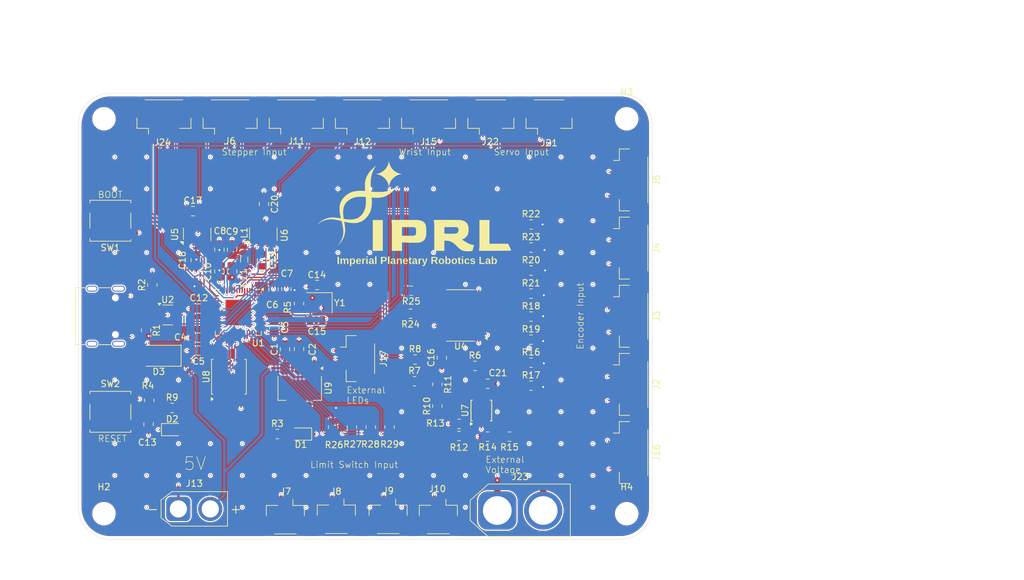
<source format=kicad_pcb>
(kicad_pcb (version 20240108) (generator "pcbnew") (generator_version "8.0")
  (layers (0 "F.Cu" signal) (1 "In1.Cu" signal) (2 "In2.Cu" signal) (31 "B.Cu" signal) (34 "B.Paste" user) (35 "F.Paste" user) (36 "B.SilkS" user "B.Silkscreen") (37 "F.SilkS" user "F.Silkscreen") (38 "B.Mask" user) (39 "F.Mask" user) (44 "Edge.Cuts" user))
  (net 0 "")
  (net 1 "+5P")
  (net 2 "GND")
  (net 3 "+3.3V")
  (net 4 "Net-(U1-VDD_SPI)")
  (net 5 "/VDD3P3")
  (net 6 "/RESET")
  (net 7 "Net-(C14-Pad1)")
  (net 8 "/XTAL_N")
  (net 9 "Net-(D2-A)")
  (net 10 "Net-(D3-A)")
  (net 11 "/SD1")
  (net 12 "/SC1")
  (net 13 "/SD2")
  (net 14 "/SC2")
  (net 15 "/SD3")
  (net 16 "/SC3")
  (net 17 "/SC4")
  (net 18 "/SD4")
  (net 19 "Net-(J6-Pin_2)")
  (net 20 "Net-(J6-Pin_4)")
  (net 21 "Net-(J6-Pin_1)")
  (net 22 "/LS_0")
  (net 23 "/LS_1")
  (net 24 "/LS_2")
  (net 25 "/LS_3")
  (net 26 "Net-(J11-Pin_4)")
  (net 27 "Net-(J11-Pin_1)")
  (net 28 "Net-(J11-Pin_2)")
  (net 29 "Net-(J12-Pin_1)")
  (net 30 "Net-(J12-Pin_2)")
  (net 31 "Net-(J12-Pin_4)")
  (net 32 "/Ex_LEDS")
  (net 33 "/IN2")
  (net 34 "/IN1")
  (net 35 "/ENA")
  (net 36 "/SDO")
  (net 37 "/SC0")
  (net 38 "/Servo_0")
  (net 39 "/Servo_1")
  (net 40 "/PLUG")
  (net 41 "Net-(J24-Pin_2)")
  (net 42 "Net-(J24-Pin_4)")
  (net 43 "Net-(J24-Pin_1)")
  (net 44 "Net-(D1-A)")
  (net 45 "/XTAL_P")
  (net 46 "Net-(U4-~{RESET})")
  (net 47 "/ESP_SDA")
  (net 48 "/ESP_SCL")
  (net 49 "Net-(U7-ALERT{slash}RDY)")
  (net 50 "Net-(U7-ADDR)")
  (net 51 "/AIN0")
  (net 52 "/BOOT")
  (net 54 "Net-(U1-SPIQ)")
  (net 55 "/PUL_2")
  (net 58 "/ENA_2")
  (net 60 "/DIR_0")
  (net 61 "/PUL_0")
  (net 62 "Net-(U1-SPIHD)")
  (net 63 "Net-(U1-GPIO19{slash}USB_D-)")
  (net 67 "/DIR_3")
  (net 68 "/ENA_0")
  (net 69 "/PUL_1")
  (net 70 "/ENA_3")
  (net 72 "/DIR_2")
  (net 73 "/ENA_1")
  (net 74 "/DIR_1")
  (net 75 "/PUL_3")
  (net 76 "Net-(U1-SPIWP)")
  (net 78 "Net-(U1-GPIO20{slash}USB_D+)")
  (net 79 "/LS_4")
  (net 80 "Net-(U1-SPICS0)")
  (net 84 "Net-(U1-SPID)")
  (net 85 "Net-(U1-SPICLK)")
  (net 104 "Net-(J14-CC2)")
  (net 106 "Net-(J14-DN1)")
  (net 107 "Net-(J14-DP1)")
  (net 108 "Net-(J14-CC1)")
  (footprint "Package_SON:USON-20_2x4mm_P0.4mm" (layer "F.Cu") (at 97.9125 142.15 90)
    (property "Reference" "U5")
    (property "Value" "TXB0108DQSR")
  )
  (footprint "Capacitor_SMD:C_0805_2012Metric" (layer "F.Cu") (at 110 156.75 -90)
    (property "Reference" "C3")
    (property "Value" "0.1u")
  )
  (footprint "Resistor_SMD:R_0805_2012Metric" (layer "F.Cu") (at 150.3 147.82857)
    (property "Reference" "R20")
    (property "Value" "10k")
  )
  (footprint "IPRL Footprints:IPRL_31mm" (layer "F.Cu") (at 132 139)
    (property "Reference" "G***" (hide yes))
    (property "Value" "LOGO" (hide yes))
  )
  (footprint "Diode_SMD:D_SMA" (layer "F.Cu") (at 91.9 161.2 180)
    (property "Reference" "D3")
    (property "Value" "MBRA340T3G")
  )
  (footprint "Resistor_SMD:R_0805_2012Metric" (layer "F.Cu") (at 150.3 155.05714)
    (property "Reference" "R18")
    (property "Value" "10k")
  )
  (footprint "Connector_JST:JST_GH_BM03B-GHS-TBT_1x03-1MP_P1.25mm_Vertical" (layer "F.Cu") (at 123.15 161.65 -90)
    (property "Reference" "J17")
    (property "Value" "Conn_01x03")
  )
  (footprint "Connector_AMASS:AMASS_XT30U-M_1x02_P5.0mm_Vertical" (layer "F.Cu") (at 94.975 185.25)
    (property "Reference" "J13")
    (property "Value" "Conn_01x02")
  )
  (footprint "IPRL Footprints:TYPE-C-31-M-12" (layer "F.Cu") (at 81.42 154.99 -90)
    (property "Reference" "J14" (hide yes))
    (property "Value" "TYPE-C-31-M-12" (hide yes))
  )
  (footprint "Resistor_SMD:R_0805_2012Metric" (layer "F.Cu") (at 89.9 157.2 -90)
    (property "Reference" "R1")
    (property "Value" "5k1")
  )
  (footprint "Crystal:Crystal_SMD_SeikoEpson_FA238-4Pin_3.2x2.5mm" (layer "F.Cu") (at 117.1 152.9 180)
    (property "Reference" "Y1")
    (property "Value" "Crystal_GND24")
  )
  (footprint "Button_Switch_SMD:SW_Push_1P1T_NO_CK_KSC6xxJ" (layer "F.Cu") (at 84.3 170)
    (property "Reference" "SW2")
    (property "Value" "SW_Push")
  )
  (footprint "Connector_JST:JST_GH_BM05B-GHS-TBT_1x05-1MP_P1.25mm_Vertical" (layer "F.Cu") (at 166 165.7 -90)
    (property "Reference" "J2")
    (property "Value" "Conn_01x05")
  )
  (footprint "Resistor_SMD:R_0805_2012Metric" (layer "F.Cu") (at 90.9 150.0875 90)
    (property "Reference" "R2")
    (property "Value" "5k1")
  )
  (footprint "Connector_JST:JST_GH_BM05B-GHS-TBT_1x05-1MP_P1.25mm_Vertical" (layer "F.Cu") (at 166 155 -90)
    (property "Reference" "J3")
    (property "Value" "Conn_01x05")
  )
  (footprint "Capacitor_SMD:C_0805_2012Metric" (layer "F.Cu") (at 98.15 160.4 180)
    (property "Reference" "C5")
    (property "Value" "10u")
  )
  (footprint "Connector_JST:JST_GH_BM03B-GHS-TBT_1x03-1MP_P1.25mm_Vertical" (layer "F.Cu") (at 143.983328 123.633332)
    (property "Reference" "J22")
    (property "Value" "Conn_01x03")
  )
  (footprint "Connector_JST:JST_GH_BM04B-GHS-TBT_1x04-1MP_P1.25mm_Vertical" (layer "F.Cu") (at 113.466664 123.633332)
    (property "Reference" "J11")
    (property "Value" "Conn_01x04")
  )
  (footprint "Resistor_SMD:R_0805_2012Metric" (layer "F.Cu") (at 150.3 140.6)
    (property "Reference" "R22")
    (property "Value" "10k")
  )
  (footprint "Package_DFN_QFN:QFN-56-1EP_7x7mm_P0.4mm_EP4x4mm" (layer "F.Cu") (at 104.37 154.4 -90)
    (property "Reference" "U1")
    (property "Value" "ESP32-S3")
  )
  (footprint "Connector_JST:JST_GH_BM05B-GHS-TBT_1x05-1MP_P1.25mm_Vertical" (layer "F.Cu") (at 166 176.4 -90)
    (property "Reference" "J16")
    (property "Value" "Conn_01x05")
  )
  (footprint "Resistor_SMD:R_0805_2012Metric" (layer "F.Cu") (at 150.3 162.28571)
    (property "Reference" "R16")
    (property "Value" "10k")
  )
  (footprint "Connector_JST:JST_GH_BM05B-GHS-TBT_1x05-1MP_P1.25mm_Vertical" (layer "F.Cu") (at 166 144.3 -90)
    (property "Reference" "J4")
    (property "Value" "Conn_01x05")
  )
  (footprint "Package_SON:USON-20_2x4mm_P0.4mm" (layer "F.Cu") (at 108.3 142.1 90)
    (property "Reference" "U6")
    (property "Value" "TXB0108DQSR")
  )
  (footprint "Capacitor_SMD:C_0805_2012Metric" (layer "F.Cu") (at 108.4 137.4 -90)
    (property "Reference" "C20")
    (property "Value" "0.1u")
  )
  (footprint "Package_TO_SOT_SMD:SOT-23-6" (layer "F.Cu") (at 93.3 154.8)
    (property "Reference" "U2")
    (property "Value" "USBLC6-2SC6")
  )
  (footprint "Capacitor_SMD:C_0805_2012Metric" (layer "F.Cu") (at 98.15 158.36 180)
    (property "Reference" "C4")
    (property "Value" "0.1u")
  )
  (footprint "Resistor_SMD:R_0805_2012Metric" (layer "F.Cu") (at 125.15 172.4 -90)
    (property "Reference" "R28")
    (property "Value" "10k")
  )
  (footprint "Package_SO:TSSOP-24_4.4x7.8mm_P0.65mm" (layer "F.Cu") (at 139.2375 154.875 180)
    (property "Reference" "U4")
    (property "Value" "TCA9548APWR")
  )
  (footprint "Resistor_SMD:R_0805_2012Metric" (layer "F.Cu") (at 132.0125 165.2)
    (property "Reference" "R7")
    (property "Value" "10k")
  )
  (footprint "MountingHole:MountingHole_3.2mm_M3" (layer "F.Cu") (at 83.3 186)
    (property "Reference" "H2")
    (property "Value" "MountingHole")
  )
  (footprint "Connector_AMASS:AMASS_XT60-M_1x02_P7.20mm_Vertical" (layer "F.Cu") (at 145 185.5)
    (property "Reference" "J23")
    (property "Value" "Conn_01x02")
  )
  (footprint "Resistor_SMD:R_0805_2012Metric" (layer "F.Cu") (at 113.9 153.0125 -90)
    (property "Reference" "R5")
    (property "Value" "22")
  )
  (footprint "Connector_JST:JST_GH_BM02B-GHS-TBT_1x02-1MP_P1.25mm_Vertical" (layer "F.Cu") (at 127.875 186.52 180)
    (property "Reference" "J9")
    (property "Value" "Conn_01x02")
  )
  (footprint "Resistor_SMD:R_0805_2012Metric" (layer "F.Cu") (at 139 171.9 180)
    (property "Reference" "R13")
    (property "Value" "10k")
  )
  (footprint "Resistor_SMD:R_0805_2012Metric" (layer "F.Cu") (at 110.5 173.5)
    (property "Reference" "R3")
    (property "Value" "1k")
  )
  (footprint "Connector_JST:JST_GH_BM04B-GHS-TBT_1x04-1MP_P1.25mm_Vertical" (layer "F.Cu") (at 103.087776 123.633332)
    (property "Reference" "J6")
    (property "Value" "Conn_01x04")
  )
  (footprint "Capacitor_SMD:C_0805_2012Metric" (layer "F.Cu") (at 111.9 150.75 90)
    (property "Reference" "C7")
    (property "Value" "10n")
  )
  (footprint "Resistor_SMD:R_0805_2012Metric" (layer "F.Cu") (at 132.1 161.8)
    (property "Reference" "R8")
    (property "Value" "10k")
  )
  (footprint "Capacitor_SMD:C_0805_2012Metric" (layer "F.Cu") (at 103.41 147.95 -90)
    (property "Reference" "C11")
    (property "Value" "0.1u")
  )
  (footprint "Resistor_SMD:R_0805_2012Metric" (layer "F.Cu") (at 141.5 162.8)
    (property "Reference" "R6")
    (property "Value" "10k")
  )
  (footprint "Resistor_SMD:R_0805_2012Metric" (layer "F.Cu") (at 90.4 168.2125 -90)
    (property "Reference" "R4")
    (property "Value" "10k")
  )
  (footprint "Resistor_SMD:R_0805_2012Metric" (layer "F.Cu") (at 143.4875 173.9 180)
    (property "Reference" "R14")
    (property "Value" "10k")
  )
  (footprint "Resistor_SMD:R_0805_2012Metric" (layer "F.Cu") (at 93.9875 169.4)
    (property "Reference" "R9")
    (property "Value" "1k")
  )
  (footprint "Capacitor_SMD:C_0805_2012Metric" (layer "F.Cu") (at 101.41 144.55 90)
    (property "Reference" "C8")
    (property "Value" "10u")
  )
  (footprint "MountingHole:MountingHole_3.2mm_M3" (layer "F.Cu") (at 165.3 124)
    (property "Reference" "H3")
    (property "Value" "MountingHole")
  )
  (footprint "Package_SO:TSSOP-10_3x3mm_P0.5mm" (layer "F.Cu") (at 142.5 169.8 90)
    (property "Reference" "U7")
    (property "Value" "ADS1115IDGS")
  )
  (footprint "Resistor_SMD:R_0805_2012Metric" (layer "F.Cu") (at 122.2 172.4 -90)
    (property "Reference" "R27")
    (property "Value" "10k")
  )
  (footprint "Resistor_SMD:R_0805_2012Metric" (layer "F.Cu") (at 150.3 165.9)
    (property "Reference" "R17")
    (property "Value" "10k")
  )
  (footprint "Capacitor_SMD:C_0805_2012Metric" (layer "F.Cu") (at 111.7 160.2 90)
    (property "Reference" "C1")
    (property "Value" "10u")
  )
  (footprint "Capacitor_SMD:C_0805_2012Metric" (layer "F.Cu") (at 109.9 150.8 90)
    (property "Reference" "C6")
    (property "Value" "1u")
  )
  (footprint "LED_SMD:LED_0805_2012Metric" (layer "F.Cu") (at 94.0075 172.8)
    (property "Reference" "D2")
    (property "Value" "LED")
  )
  (footprint "Button_Switch_SMD:SW_Push_1P1T_NO_CK_KSC6xxJ" (layer "F.Cu") (at 84.3 140)
    (property "Reference" "SW1")
    (property "Value" "SW_Push")
  )
  (footprint "Capacitor_SMD:C_0805_2012Metric" (layer "F.Cu") (at 103.4 144.55 90)
    (property "Reference" "C9")
    (property "Value" "1u")
  )
  (footprint "Capacitor_SMD:C_0805_2012Metric" (layer "F.Cu") (at 101.41 147.95 -90)
    (property "Reference" "C10")
    (property "Value" "0.1u")
  )
  (footprint "Connector_JST:JST_GH_BM04B-GHS-TBT_1x04-1MP_P1.25mm_Vertical" (layer "F.Cu") (at 92.708888 123.633332)
    (property "Reference" "J24")
    (property "Value" "Conn_01x04")
  )
  (footprint "Capacitor_SMD:C_0805_2012Metric" (layer "F.Cu") (at 143.5 165.6 180)
    (property "Reference" "C21")
    (property "Value" "1u")
  )
  (footprint "MountingHole:MountingHole_3.2mm_M3" (layer "F.Cu") (at 83.3 124)
    (property "Reference" "H1" (hide yes))
    (property "Value" "MountingHole")
  )
  (footprint "Inductor_SMD:L_0805_2012Metric" (layer "F.Cu") (at 105.3 146.1 -90)
    (property "Reference" "L1")
    (property "Value" "2n")
  )
  (footprint "Capacitor_SMD:C_0805_2012Metric" (layer "F.Cu") (at 108.0875 146.2 -90)
    (property "Reference" "C19")
    (property "Value" "0.1u")
  )
  (footprint "Connector_JST:JST_GH_BM02B-GHS-TBT_1x02-1MP_P1.25mm_Vertical" (layer "F.Cu") (at 111.75 186.56 180)
    (property "Reference" "J7")
    (property "Value" "Conn_01x02")
  )
  (footprint "Connector_JST:JST_GH_BM04B-GHS-TBT_1x04-1MP_P1.25mm_Vertical" (layer "F.Cu") (at 134.22444 123.633332)
    (property "Reference" "J15")
    (property "Value" "Conn_01x04")
  )
  (footprint "Resistor_SMD:R_0805_2012Metric" (layer "F.Cu") (at 131.5 151 180)
    (property "Reference" "R25")
    (property "Value" "10k")
  )
  (footprint "Resistor_SMD:R_0805_2012Metric" (layer "F.Cu") (at 128.1 172.4 -90)
    (property "Reference" "R29")
    (property "Value" "10k")
  )
  (footprint "Package_TO_SOT_SMD:SOT-223-3_TabPin2" (layer "F.Cu") (at 114 166.3 -90)
    (property "Reference" "U9")
    (property "Value" "AMS1117-3.3")
  )
  (footprint "Capacitor_SMD:C_0805_2012Metric" (layer "F.Cu") (at 98.2 153.8)
    (property "Reference" "C12")
    (property "Value" "0.1u")
  )
  (footprint "MountingHole:MountingHole_3.2mm_M3" (layer "F.Cu") (at 165.3 186)
    (property "Reference" "H4")
    (property "Value" "MountingHole")
  )
  (footprint "Resistor_SMD:R_0805_2012Metric" (layer "F.Cu") (at 150.3 144.214285)
    (property "Reference" "R23")
    (property "Value" "10k")
  )
  (footprint "Connector_JST:JST_GH_BM05B-GHS-TBT_1x05-1MP_P1.25mm_Vertical" (layer "F.Cu") (at 166 133.6 -90)
    (property "Reference" "J5")
    (property "Value" "Conn_01x05")
  )
  (footprint "Capacitor_SMD:C_0805_2012Metric" (layer "F.Cu") (at 136.3 161.5 90)
    (property "Reference" "C16")
    (property "Value" "1u")
  )
  (footprint "Resistor_SMD:R_0805_2012Metric" (layer "F.Cu") (at 119.25 172.4 -90)
    (property "Reference" "R26")
    (property "Value" "10k")
  )
  (footprint "Capacitor_SMD:C_0805_2012Metric" (layer "F.Cu") (at 116.6 155.7)
    (property "Reference" "C15")
    (property "Value" "10p")
  )
  (footprint "Capacitor_SMD:C_0805_2012Metric" (layer "F.Cu") (at 116.75 150.1 180)
    (property "Reference" "C14")
    (property "Value" "10p")
  )
  (footprint "Connector_JST:JST_GH_BM03B-GHS-TBT_1x03-1MP_P1.25mm_Vertical" (layer "F.Cu") (at 153.122216 123.633332)
    (property "Reference" "J21")
    (property "Value" "Conn_01x03")
  )
  (footprint "Capacitor_SMD:C_0805_2012Metric" (layer "F.Cu") (at 113.9 160.15 90)
    (property "Reference" "C2")
    (property "Value" "10u")
  )
  (footprint "Resistor_SMD:R_0805_2012Metric" (layer "F.Cu") (at 146.9125 173.9 180)
    (property "Reference" "R15")
    (property "Value" "100k")
  )
  (footprint "Capacitor_SMD:C_0805_2012Metric" (layer "F.Cu") (at 97.7 146.2 -90)
    (property "Reference" "C18")
    (property "Value" "0.1u")
  )
  (footprint "Resistor_SMD:R_0805_2012Metric" (layer "F.Cu") (at 150.3 151.442855)
    (property "Reference" "R21")
    (property "Value" "10k")
  )
  (footprint "Connector_JST:JST_GH_BM04B-GHS-TBT_1x04-1MP_P1.25mm_Vertical" (layer "F.Cu") (at 123.845552 123.633332)
    (property "Reference" "J12")
    (property "Value" "Conn_01x04")
  )
  (footprint "Connector_JST:JST_GH_BM02B-GHS-TBT_1x02-1MP_P1.25mm_Vertical" (layer "F.Cu") (at 119.75 186.5 180)
    (property "Reference" "J8")
    (property "Value" "Conn_01x02")
  )
  (footprint "Capacitor_SMD:C_0805_2012Metric" (layer "F.Cu") (at 97.25 138.5)
    (property "Reference" "C17")
    (property "Value" "0.1u")
  )
  (footprint "Resistor_SMD:R_0805_2012Metric" (layer "F.Cu") (at 138.9875 173.8)
    (property "Reference" "R12")
    (property "Value" "10k")
  )
  (footprint "Package_SO:SOIC-8_5.23x5.23mm_P1.27mm" (layer "F.Cu") (at 102.9 164.5 90)
    (property "Reference" "U8")
    (property "Value" "W25Q16JVSS")
  )
  (footprint "Resistor_SMD:R_0805_2012Metric" (layer "F.Cu") (at 150.3 158.671425)
    (property "Reference" "R19")
    (property "Value" "10k")
  )
  (footprint "Resistor_SMD:R_0805_2012Metric" (layer "F.Cu") (at 131.3875 154.6 180)
    (property "Reference" "R24")
    (property "Value" "10k")
  )
  (footprint "LED_SMD:LED_0805_2012Metric" (layer "F.Cu") (at 114.2 173.5 180)
    (property "Reference" "D1")
    (property "Value" "LED")
  )
  (footprint "Connector_JST:JST_GH_BM02B-GHS-TBT_1x02-1MP_P1.25mm_Vertical" (layer "F.Cu") (at 135.75 186.54 180)
    (property "Reference" "J10")
    (property "Value" "Conn_01x02")
  )
  (footprint "Resistor_SMD:R_0805_2012Metric" (layer "F.Cu") (at 135.6 169.1 90)
    (property "Reference" "R10")
    (property "Value" "10k")
  )
  (footprint "Capacitor_SMD:C_0805_2012Metric" (layer "F.Cu") (at 90.3 171.95 -90)
    (property "Reference" "C13")
    (property "Value" "1u")
  )
  (footprint "Resistor_SMD:R_0805_2012Metric" (layer "F.Cu") (at 135.6 165.7 -90)
    (property "Reference" "R11")
    (property "Value" "10k")
  )
  (gr_line (start 169.3 125) (end 169.3 185) (stroke (width 0.05)) (layer "Edge.Cuts"))
  (gr_arc (start 84.3 190) (mid 80.764466 188.535534) (end 79.3 185) (stroke (width 0.05)) (layer "Edge.Cuts"))
  (gr_arc (start 164.3 120) (mid 167.835534 121.464466) (end 169.3 125) (stroke (width 0.05)) (layer "Edge.Cuts"))
  (gr_arc (start 169.3 185) (mid 167.835534 188.535534) (end 164.3 190) (stroke (width 0.05)) (layer "Edge.Cuts"))
  (gr_line (start 84.3 120) (end 164.3 120) (stroke (width 0.05)) (layer "Edge.Cuts"))
  (gr_line (start 79.3 185) (end 79.3 125) (stroke (width 0.05)) (layer "Edge.Cuts"))
  (gr_arc (start 79.3 125) (mid 80.764466 121.464466) (end 84.3 120) (stroke (width 0.05)) (layer "Edge.Cuts"))
  (gr_line (start 164.3 190) (end 84.3 190) (stroke (width 0.05)) (layer "Edge.Cuts"))
  (gr_text "Limit Switch Input" (at 115.6 178.9 0) (layer "F.SilkS") (effects (font (size 1 1) (thickness 0.1)) (justify left bottom)))
  (gr_text "RESET" (at 82.3 174.8 0) (layer "F.SilkS") (effects (font (size 1 1) (thickness 0.1)) (justify left bottom)))
  (gr_text "BOOT" (at 82.3 136.5 0) (layer "F.SilkS") (effects (font (size 1 1) (thickness 0.1)) (justify left bottom)))
  (gr_text "Servo Input" (at 144.4 129.8 0) (layer "F.SilkS") (effects (font (size 1 1) (thickness 0.1)) (justify left bottom)))
  (gr_text "5V" (at 95.7 179.315 0) (layer "F.SilkS") (effects (font (size 2 2) (thickness 0.1)) (justify left bottom)))
  (gr_text "Encoder Input" (at 158.6 160.288096 90) (layer "F.SilkS") (effects (font (size 1 1) (thickness 0.1)) (justify left bottom)))
  (gr_text "Wrist Input" (at 129.5 129.8 0) (layer "F.SilkS") (effects (font (size 1 1) (thickness 0.1)) (justify left bottom)))
  (gr_text "External\nVoltage" (at 143.1 179.704972 0) (layer "F.SilkS") (effects (font (size 1 1) (thickness 0.1)) (justify left bottom)))
  (gr_text "External\nLEDs" (at 121.3 168.8 0) (layer "F.SilkS") (effects (font (size 1 1) (thickness 0.1)) (justify left bottom)))
  (gr_text "Stepper Input" (at 101.7 129.8 0) (layer "F.SilkS") (effects (font (size 1 1) (thickness 0.1)) (justify left bottom)))
  (segment (start 124.470552 125.583332) (end 124.470552 127.779448) (width 0.2) (layer "F.Cu") (net 1))
  (segment (start 111.7 163.15) (end 113.1 164.55) (width 0.4) (layer "F.Cu") (net 1))
  (segment (start 98.2 138.5) (end 97.7125 138.9875) (width 0.2) (layer "F.Cu") (net 1))
  (segment (start 97.7125 138.9875) (end 97.7125 141.25) (width 0.2) (layer "F.Cu") (net 1))
  (segment (start 97.15 161.95) (end 97.2 161.9) (width 0.2) (layer "F.Cu") (net 1))
  (segment (start 93.075 164.175) (end 95.3 161.95) (width 0.4) (layer "F.Cu") (net 1))
  (segment (start 93.333888 128.166112) (end 93.25 128.25) (width 0.2) (layer "F.Cu") (net 1))
  (segment (start 96.2 163.2) (end 96.2 161.95) (width 0.4) (layer "F.Cu") (net 1))
  (segment (start 96.2 161.95) (end 97.15 161.95) (width 0.4) (layer "F.Cu") (net 1))
  (segment (start 93.075 169.4) (end 93.075 164.175) (width 0.4) (layer "F.Cu") (net 1))
  (segment (start 103.712776 128.212776) (end 103.75 128.25) (width 0.2) (layer "F.Cu") (net 1))
  (segment (start 143.983328 128.233328) (end 144 128.25) (width 0.2) (layer "F.Cu") (net 1))
  (segment (start 93.333888 125.583332) (end 93.333888 128.166112) (width 0.2) (layer "F.Cu") (net 1))
  (segment (start 108.4 138.35) (end 110.8 135.95) (width 0.2) (layer "F.Cu") (net 1))
  (segment (start 108.1 138.65) (end 108.4 138.35) (width 0.2) (layer "F.Cu") (net 1))
  (segment (start 114.091664 125.583332) (end 114.091664 128.158336) (width 0.2) (layer "F.Cu") (net 1))
  (segment (start 103.712776 125.583332) (end 103.712776 128.212776) (width 0.2) (layer "F.Cu") (net 1))
  (segment (start 143.983328 125.583332) (end 143.983328 128.233328) (width 0.2) (layer "F.Cu") (net 1))
  (segment (start 153.076604 127.826604) (end 153.076604 125.628944) (width 0.4) (layer "F.Cu") (net 1))
  (segment (start 98.2 137.05) (end 98.25 137) (width 0.2) (layer "F.Cu") (net 1))
  (segment (start 92.8375 161.2) (end 93.5875 161.95) (width 0.4) (layer "F.Cu") (net 1))
  (segment (start 95.3 161.95) (end 96.2 161.95) (width 0.4) (layer "F.Cu") (net 1))
  (segment (start 113.1 164.55) (end 119.55 164.55) (width 0.4) (layer "F.Cu") (net 1))
  (segment (start 111.2 162.65) (end 111.7 163.15) (width 0.4) (layer "F.Cu") (net 1))
  (segment (start 114.091664 128.158336) (end 114 128.25) (width 0.2) (layer "F.Cu") (net 1))
  (segment (start 119.55 164.55) (end 121.2 162.9) (width 0.4) (layer "F.Cu") (net 1))
  (segment (start 124.470552 127.779448) (end 124 128.25) (width 0.2) (layer "F.Cu") (net 1))
  (segment (start 93.5875 161.95) (end 95.3 161.95) (width 0.4) (layer "F.Cu") (net 1))
  (segment (start 111.7 163.15) (end 111.7 161.15) (width 0.4) (layer "F.Cu") (net 1))
  (segment (start 109.45 163.15) (end 111.7 163.15) (width 0.4) (layer "F.Cu") (net 1))
  (segment (start 109.4 163.1) (end 109.45 163.15) (width 0.2) (layer "F.Cu") (net 1))
  (segment (start 153.076604 125.628944) (end 153.122216 125.583332) (width 0.4) (layer "F.Cu") (net 1))
  (segment (start 108.1 141.2) (end 108.1 138.65) (width 0.2) (layer "F.Cu") (net 1))
  (segment (start 98.2 138.5) (end 98.2 137.05) (width 0.2) (layer "F.Cu") (net 1))
  (segment (start 110.8 135.95) (end 110.8 135.9) (width 0.2) (layer "F.Cu") (net 1))
  (via (at 144 128.25) (size 0.4) (drill 0.3) (layers "F.Cu" "B.Cu") (net 1))
  (via (at 96.2 163.2) (size 0.4) (drill 0.3) (layers "F.Cu" "B.Cu") (net 1))
  (via (at 97.2 161.9) (size 0.4) (drill 0.3) (layers "F.Cu" "B.Cu") (net 1))
  (via (at 98.25 137) (size 0.4) (drill 0.3) (layers "F.Cu" "B.Cu") (net 1))
  (via (at 114 128.25) (size 0.4) (drill 0.3) (layers "F.Cu" "B.Cu") (net 1))
  (via (at 153.076604 127.826604) (size 0.4) (drill 0.3) (layers "F.Cu" "B.Cu") (net 1))
  (via (at 103.75 128.25) (size 0.4) (drill 0.3) (layers "F.Cu" "B.Cu") (net 1))
  (via (at 110.8 135.9) (size 0.4) (drill 0.3) (layers "F.Cu" "B.Cu") (net 1))
  (via (at 109.4 163.1) (size 0.4) (drill 0.3) (layers "F.Cu" "B.Cu") (net 1))
  (via (at 93.25 128.25) (size 0.4) (drill 0.3) (layers "F.Cu" "B.Cu") (net 1))
  (via (at 124 128.25) (size 0.4) (drill 0.3) (layers "F.Cu" "B.Cu") (net 1))
  (segment (start 97.7 170.1) (end 97.7 164.7) (width 0.4) (layer "B.Cu") (net 1))
  (segment (start 91.3 128.25) (end 93.25 128.25) (width 0.4) (layer "B.Cu") (net 1))
  (segment (start 153 128.25) (end 153 127.903208) (width 0.4) (layer "B.Cu") (net 1))
  (segment (start 108.1 164.4) (end 108.1 173.575) (width 0.4) (layer "B.Cu") (net 1))
  (segment (start 97.95 152.55) (end 91.3 145.9) (width 0.4) (layer "B.Cu") (net 1))
  (segment (start 110.8 135.9) (end 110.8 133.9) (width 0.2) (layer "B.Cu") (net 1))
  (segment (start 98.25 128.25) (end 103.75 128.25) (width 0.4) (layer "B.Cu") (net 1))
  (segment (start 116.75 128.25) (end 124 128.25) (width 0.4) (layer "B.Cu") (net 1))
  (segment (start 97.2 161.9) (end 97.95 161.15) (width 0.4) (layer "B.Cu") (net 1))
  (segment (start 93.25 128.25) (end 98.25 128.25) (width 0.4) (layer "B.Cu") (net 1))
  (segment (start 98.25 137) (end 98.25 128.25) (width 0.2) (layer "B.Cu") (net 1))
  (segment (start 111.1 133.9) (end 116.75 128.25) (width 0.2) (layer "B.Cu") (net 1))
  (segment (start 103.75 128.25) (end 114 128.25) (width 0.4) (layer "B.Cu") (net 1))
  (segment (start 102.175 183.05) (end 102.175 174.575) (width 0.4) (layer "B.Cu") (net 1))
  (segment (start 114 128.25) (end 116.75 128.25) (width 0.4) (layer "B.Cu") (net 1))
  (segment (start 97.95 161.15) (end 97.95 152.55) (width 0.4) (layer "B.Cu") (net 1))
  (segment (start 108.1 173.575) (end 102.175 179.5) (width 0.4) (layer "B.Cu") (net 1))
  (segment (start 153 127.903208) (end 153.076604 127.826604) (width 0.4) (layer "B.Cu") (net 1))
  (segment (start 110.8 133.9) (end 111.1 133.9) (width 0.2) (layer "B.Cu") (net 1))
  (segment (start 97.7 164.7) (end 96.2 163.2) (width 0.4) (layer "B.Cu") (net 1))
  (segment (start 124 128.25) (end 144 128.25) (width 0.4) (layer "B.Cu") (net 1))
  (segment (start 109.4 163.1) (end 108.1 164.4) (width 0.4) (layer "B.Cu") (net 1))
  (segment (start 91.3 145.9) (end 91.3 128.25) (width 0.4) (layer "B.Cu") (net 1))
  (segment (start 102.175 174.575) (end 97.7 170.1) (width 0.4) (layer "B.Cu") (net 1))
  (segment (start 144 128.25) (end 153 128.25) (width 0.4) (layer "B.Cu") (net 1))
  (segment (start 99.975 185.25) (end 102.175 183.05) (width 0.4) (layer "B.Cu") (net 1))
  (segment (start 164.05 136.1) (end 162.35 136.1) (width 0.2) (layer "F.Cu") (net 2))
  (segment (start 101.41 149.59) (end 101.4 149.6) (width 0.2) (layer "F.Cu") (net 2))
  (segment (start 104.37 154.4) (end 106.27 156.3) (width 0.2) (layer "F.Cu") (net 2))
  (segment (start 116 152.1) (end 115.7 152.1) (width 0.2) (layer "F.Cu") (net 2))
  (segment (start 115.1375 173.5) (end 116.6 173.5) (width 0.4) (layer "F.Cu") (net 2))
  (segment (start 164.05 168.2) (end 162.3 168.2) (width 0.2) (layer "F.Cu") (net 2))
  (segment (start 117.85 155.4) (end 118.1 155.4) (width 0.2) (layer "F.Cu") (net 2))
  (segment (start 117.775 153.675) (end 117.8 153.7) (width 0.2) (layer "F.Cu") (net 2))
  (segment (start 164.05 157.5) (end 162.5 157.5) (width 0.2) (layer "F.Cu") (net 2))
  (segment (start 111.1 184.585) (end 111.125 184.61) (width 0.4) (layer "F.Cu") (net 2))
  (segment (start 113.9 159.2) (end 113.9 158.7) (width 0.4) (layer "F.Cu") (net 2))
  (segment (start 108.0875 147.15) (end 108.0875 147.7875) (width 0.2) (layer "F.Cu") (net 2))
  (segment (start 90.2875 158.1125) (end 90.3 158.1) (width 0.2) (layer "F.Cu") (net 2))
  (segment (start 162.5 153.75) (end 162.25 154) (width 0.2) (layer "F.Cu") (net 2))
  (segment (start 101.41 142.91) (end 101.4 142.9) (width 0.2) (layer "F.Cu") (net 2))
  (segment (start 96.3 138.5) (end 96.3 137.3) (width 0.2) (layer "F.Cu") (net 2))
  (segment (start 145 185.5) (end 145 180.75) (width 1) (layer "F.Cu") (net 2))
  (segment (start 142.1 151.3) (end 142.1 150.7) (width 0.2) (layer "F.Cu") (net 2))
  (segment (start 164.05 164.45) (end 162.3 164.45) (width 0.2) (layer "F.Cu") (net 2))
  (segment (start 119.1 184.525) (end 119.125 184.55) (width 0.4) (layer "F.Cu") (net 2))
  (segment (start 105.27 155.3) (end 106.7 155.3) (width 0.2) (layer "F.Cu") (net 2))
  (segment (start 135.125 183) (end 135.125 184.59) (width 0.4) (layer "F.Cu") (net 2))
  (segment (start 111.9 149.8) (end 111.9 150.7) (width 0.2) (layer "F.Cu") (net 2))
  (segment (start 88.7 142) (end 88.8 141.9) (width 0.2) (layer "F.Cu") (net 2))
  (segment (start 119.1 183) (end 119.1 184.525) (width 0.4) (layer "F.Cu") (net 2))
  (segment (start 164.05 132.35) (end 162.6 132.35) (width 0.2) (layer "F.Cu") (net 2))
  (segment (start 90.9 149.175) (end 90.9 147.8) (width 0.2) (layer "F.Cu") (net 2))
  (segment (start 162.3 164.45) (end 162.25 164.5) (width 0.2) (layer "F.Cu") (net 2))
  (segment (start 142.5 171.95) (end 142.5 172.736316) (width 0.2) (layer "F.Cu") (net 2))
  (segment (start 104.805 168.1) (end 104.805 169.495) (width 0.2) (layer "F.Cu") (net 2))
  (segment (start 104.805 169.495) (end 104.8 169.5) (width 0.2) (layer "F.Cu") (net 2))
  (segment (start 87.49 151.79) (end 87.5 151.8) (width 0.2) (layer "F.Cu") (net 2))
  (segment (start 144.45 165.6) (end 145 165.6) (width 0.2) (layer "F.Cu") (net 2))
  (segment (start 101.41 148.9) (end 101.41 149.59) (width 0.2) (layer "F.Cu") (net 2))
  (segment (start 87.69 158.19) (end 87.7 158.2) (width 0.2) (layer "F.Cu") (net 2))
  (segment (start 162.958898 175.15) (end 162.279449 174.470551) (width 0.2) (layer "F.Cu") (net 2))
  (segment (start 164.05 143.05) (end 162.55 143.05) (width 0.2) (layer "F.Cu") (net 2))
  (segment (start 111.1 183) (end 111.1 184.585) (width 0.4) (layer "F.Cu") (net 2))
  (segment (start 116.3 163.15) (end 116.3 161.7) (width 0.4) (layer "F.Cu") (net 2))
  (segment (start 86.64 158.19) (end 87.69 158.19) (width 0.2) (layer "F.Cu") (net 2))
  (segment (start 142.733328 125.583332) (end 142.733328 126.983328) (width 0.2) (layer "F.Cu") (net 2))
  (segment (start 89.9 158.1125) (end 90.2875 158.1125) (width 0.2) (layer "F.Cu") (net 2))
  (segment (start 86.64 151.79) (end 87.49 151.79) (width 0.2) (layer "F.Cu") (net 2))
  (segment (start 142.733328 126.983328) (end 142.75 127) (width 0.2) (layer "F.Cu") (net 2))
  (segment (start 136.09944 125.583332) (end 136.09944 127.40056) (width 0.2) (layer "F.Cu") (net 2))
  (segment (start 98.1125 141.25) (end 98.1125 141.981756) (width 0.2) (layer "F.Cu") (net 2))
  (segment (start 162.6 132.35) (end 162.5 132.25) (width 0.2) (layer "F.Cu") (net 2))
  (segment (start 96.54 158.36) (end 96.5 158.4) (width 0.2) (layer "F.Cu") (net 2))
  (segment (start 164.05 178.9) (end 162.6 178.9) (width 0.2) (layer "F.Cu") (net 2))
  (segment (start 162.6 178.9) (end 162.5 179) (width 0.2) (layer "F.Cu") (net 2))
  (segment (start 104.37 154.4) (end 105.27 155.3) (width 0.2) (layer "F.Cu") (net 2))
  (segment (start 97.2 160.4) (end 96.3 160.4) (width 0.2) (layer "F.Cu") (net 2))
  (segment (start 138.0875 171.9) (end 137.3 171.9) (width 0.2) (layer "F.Cu") (net 2))
  (segment (start 164.05 146.8) (end 162.55 146.8) (width 0.2) (layer "F.Cu") (net 2))
  (segment (start 92.1625 154.8) (end 93.275 154.8) (width 0.2) (layer "F.Cu") (net 2))
  (segment (start 87.2 142) (end 88.7 142) (width 0.2) (layer "F.Cu") (net 2))
  (segment (start 104.3 154.47) (end 104.3 156.6) (width 0.2) (layer "F.Cu") (net 2))
  (segment (start 106.27 156.3) (end 106.8 156.3) (width 0.2) (layer "F.Cu") (net 2))
  (segment (start 115.6 150.4) (end 115 150.4) (width 0.2) (layer "F.Cu") (net 2))
  (segment (start 93.07 172.8) (end 91.8 172.8) (width 0.2) (layer "F.Cu") (net 2))
  (segment (start 118.2 153.7) (end 117.5 153.7) (width 0.2) (layer "F.Cu") (net 2))
  (segment (start 162.35 136.1) (end 162.25 136) (width 0.2) (layer "F.Cu") (net 2))
  (segment (start 101.41 143.6) (end 101.41 142.91) (width 0.2) (layer "F.Cu") (net 2))
  (segment (start 108.4 136.45) (end 108.4 135.3) (width 0.2) (layer "F.Cu") (net 2))
  (segment (start 104.37 154.4) (end 106.7 154.4) (width 0.2) (layer "F.Cu") (net 2))
  (segment (start 97.6 148.1) (end 97.7 148) (width 0.4) (layer "F.Cu") (net 2))
  (segment (start 143.288969 157.8) (end 143.444484 157.955515) (width 0.2) (layer "F.Cu") (net 2))
  (segment (start 108.5 139.9) (end 108.7 139.7) (width 0.2) (layer "F.Cu") (net 2))
  (segment (start 109.9 149.85) (end 109.9 150.7) (width 0.2) (layer "F.Cu") (net 2))
  (segment (start 94.975 181.5) (end 94.975 185.25) (width 0.4) (layer "F.Cu") (net 2))
  (segment (start 136.3 162.45) (end 136.3 163.5) (width 0.4) (layer "F.Cu") (net 2))
  (segment (start 97.25 153.8) (end 96.6 153.8) (width 0.2) (layer "F.Cu") (net 2))
  (segment (start 162.55 143.05) (end 162.5 143) (width 0.2) (layer "F.Cu") (net 2))
  (segment (start 136.375 156.5) (end 135.1 156.5) (width 0.2) (layer "F.Cu") (net 2))
  (segment (start 104.37 154.4) (end 104.3 154.47) (width 0.2) (layer "F.Cu") (net 2))
  (segment (start 96.3 137.3) (end 96.25 137.25) (width 0.2) (layer "F.Cu") (net 2))
  (segment (start 104.37 154.4) (end 105.2 155.23) (width 0.2) (layer "F.Cu") (net 2))
  (segment (start 108.5 141.2) (end 108.5 139.9) (width 0.2) (layer "F.Cu") (net 2))
  (segment (start 142.1 157.8) (end 143.288969 157.8) (width 0.2) (layer "F.Cu") (net 2))
  (segment (start 97.7 148) (end 97.7 147.15) (width 0.4) (layer "F.Cu") (net 2))
  (segment (start 136.09944 127.40056) (end 136 127.5) (width 0.2) (layer "F.Cu") (net 2))
  (segment (start 121.2 160.4) (end 119.3 160.4) (width 0.4) (layer "F.Cu") (net 2))
  (segment (start 164.05 175.15) (end 162.958898 175.15) (width 0.2) (layer "F.Cu") (net 2))
  (segment (start 127.2 183) (end 127.2 184.52) (width 0.4) (layer "F.Cu") (net 2))
  (segment (start 151.872216 127.127784) (end 151.75 127.25) (width 0.2) (layer "F.Cu") (net 2))
  (segment (start 142.575 173.9) (end 142 173.9) (width 0.2) (layer "F.Cu") (net 2))
  (segment (start 98.1125 141.981756) (end 98.037202 142.057054) (width 0.2) (layer "F.Cu") (net 2))
  (segment (start 81.4 142) (end 87.2 142) (width 0.2) (layer "F.Cu") (net 2))
  (segment (start 142.1 158.45) (end 142.1 159.2) (width 0.2) (layer "F.Cu") (net 2))
  (segment (start 81.4 168) (end 87.2 168) (width 0.2) (layer "F.Cu") (net 2))
  (segment (start 110 157.7) (end 110 158.5) (width 0.2) (layer "F.Cu") (net 2))
  (segment (start 105.2 155.23) (end 105.2 156.7) (width 0.2) (layer "F.Cu") (net 2))
  (segment (start 151.872216 125.583332) (end 151.872216 127.127784) (width 0.2) (layer "F.Cu") (net 2))
  (segment (start 108.0875 147.7875) (end 108.1 147.8) (width 0.2) (layer "F.Cu") (net 2))
  (segment (start 162.55 146.8) (end 162.5 146.75) (width 0.2) (layer "F.Cu") (net 2))
  (segment (start 97.2 158.36) (end 96.54 158.36) (width 0.2) (layer "F.Cu") (net 2))
  (segment (start 164.05 153.75) (end 162.5 153.75) (width 0.2) (layer "F.Cu") (net 2))
  (segment (start 87.2 168) (end 88.9 168) (width 0.2) (layer "F.Cu") (net 2))
  (segment (start 162.3 168.2) (end 162.25 168.25) (width 0.2) (layer "F.Cu") (net 2))
  (segment (start 142.5 172.736316) (end 142.49987 172.736446) (width 0.2) (layer "F.Cu") (net 2))
  (segment (start 103.4 143.6) (end 103.4 142.9) (width 0.2) (layer "F.Cu") (net 2))
  (segment (start 115.7 152.1) (end 115.675 152.125) (width 0.2) (layer "F.Cu") (net 2))
  (segment (start 117.55 155.7) (end 117.85 155.4) (width 0.2) (layer "F.Cu") (net 2))
  (segment (start 127.2 184.52) (end 127.25 184.57) (width 0.4) (layer "F.Cu") (net 2))
  (segment (start 90.3 172.9) (end 90.3 173.7) (width 0.2) (layer "F.Cu") (net 2))
  (segment (start 111.7 159.25) (end 111.7 158.7) (width 0.4) (layer "F.Cu") (net 2))
  (via (at 113.9 158.7) (size 0.4) (drill 0.3) (layers "F.Cu" "B.Cu") (net 2))
  (via (at 120 130) (size 0.4) (drill 0.3) (layers "F.Cu" "B.Cu") (net 2))
  (via (at 162.25 136) (size 0.4) (drill 0.3) (layers "F.Cu" "B.Cu") (net 2))
  (via (at 90 135) (size 0.4) (drill 0.3) (layers "F.Cu" "B.Cu") (net 2))
  (via (at 125 135) (size 0.4) (drill 0.3) (layers "F.Cu" "B.Cu") (net 2))
  (via (at 103.4 142.9) (size 0.4) (drill 0.3) (layers "F.Cu" "B.Cu") (net 2))
  (via (at 145 180) (size 0.4) (drill 0.3) (layers "F.Cu" "B.Cu") (net 2))
  (via (at 106.8 156.3) (size 0.4) (drill 0.3) (layers "F.Cu" "B.Cu") (net 2))
  (via (at 90 130) (size 0.4) (drill 0.3) (layers "F.Cu" "B.Cu") (net 2))
  (via (at 101.4 149.6) (size 0.4) (drill 0.3) (layers "F.Cu" "B.Cu") (net 2))
  (via (at 160 170) (size 0.4) (drill 0.3) (layers "F.Cu" "B.Cu") (net 2))
  (via (at 155 140) (size 0.4) (drill 0.3) (layers "F.Cu" "B.Cu") (net 2))
  (via (at 160 160) (size 0.4) (drill 0.3) (layers "F.Cu" "B.Cu") (net 2))
  (via (at 88.8 141.9) (size 0.4) (drill 0.3) (layers "F.Cu" "B.Cu") (net 2))
  (via (at 85 165) (size 0.4) (drill 0.3) (layers "F.Cu" "B.Cu") (net 2))
  (via (at 162.25 164.5) (size 0.4) (drill 0.3) (layers "F.Cu" "B.Cu") (net 2))
  (via (at 155 175) (size 0.4) (drill 0.3) (layers "F.Cu" "B.Cu") (net 2))
  (via (at 116 152.1) (size 0.4) (drill 0.3) (layers "F.Cu" "B.Cu") (net 2))
  (via (at 140 185) (size 0.4) (drill 0.3) (layers "F.Cu" "B.Cu") (net 2))
  (via (at 120 145) (size 0.4) (drill 0.3) (layers "F.Cu" "B.Cu") (net 2))
  (via (at 142.1 159.2) (size 0.4) (drill 0.3) (layers "F.Cu" "B.Cu") (net 2))
  (via (at 140 160) (size 0.4) (drill 0.3) (layers "F.Cu" "B.Cu") (net 2))
  (via (at 140 165) (size 0.4) (drill 0.3) (layers "F.Cu" "B.Cu") (net 2))
  (via (at 155 130) (size 0.4) (drill 0.3) (layers "F.Cu" "B.Cu") (net 2))
  (via (at 116.6 173.5) (size 0.4) (drill 0.3) (layers "F.Cu" "B.Cu") (net 2))
  (via (at 108.1 147.8) (size 0.4) (drill 0.3) (layers "F.Cu" "B.Cu") (net 2))
  (via (at 142.1 150.7) (size 0.4) (drill 0.3) (layers "F.Cu" "B.Cu") (net 2))
  (via (at 155 180) (size 0.4) (drill 0.3) (layers "F.Cu" "B.Cu") (net 2))
  (via (at 142.49987 172.736446) (size 0.4) (drill 0.3) (layers "F.Cu" "B.Cu") (net 2))
  (via (at 104.3 156.6) (size 0.4) (drill 0.3) (layers "F.Cu" "B.Cu") (net 2))
  (via (at 87.7 158.2) (size 0.4) (drill 0.3) (layers "F.Cu" "B.Cu") (net 2))
  (via (at 150 170) (size 0.4) (drill 0.3) (layers "F.Cu" "B.Cu") (net 2))
  (via (at 130 175) (size 0.4) (drill 0.3) (layers "F.Cu" "B.Cu") (net 2))
  (via (at 137.3 171.9) (size 0.4) (drill 0.3) (layers "F.Cu" "B.Cu") (net 2))
  (via (at 136 127.5) (size 0.4) (drill 0.3) (layers "F.Cu" "B.Cu") (net 2))
  (via (at 135 180) (size 0.4) (drill 0.3) (layers "F.Cu" "B.Cu") (net 2))
  (via (at 135.125 183) (size 0.4) (drill 0.3) (layers "F.Cu" "B.Cu") (net 2))
  (via (at 130 185) (size 0.4) (drill 0.3) (layers "F.Cu" "B.Cu") (net 2))
  (via (at 100 180) (size 0.4) (drill 0.3) (layers "F.Cu" "B.Cu") (net 2))
  (via (at 140 150) (size 0.4) (drill 0.3) (layers "F.Cu" "B.Cu") (net 2))
  (via (at 160 185) (size 0.4) (drill 0.3) (layers "F.Cu" "B.Cu") (net 2))
  (via (at 116.3 161.7) (size 0.4) (drill 0.3) (layers "F.Cu" "B.Cu") (net 2))
  (via (at 115 145) (size 0.4) (drill 0.3) (layers "F.Cu" "B.Cu") (net 2))
  (via (at 105 185) (size 0.4) (drill 0.3) (layers "F.Cu" "B.Cu") (net 2))
  (via (at 125 150) (size 0.4) (drill 0.3) (layers "F.Cu" "B.Cu") (net 2))
  (via (at 96.6 153.8) (size 0.4) (drill 0.3) (layers "F.Cu" "B.Cu") (net 2))
  (via (at 155 165) (size 0.4) (drill 0.3) (layers "F.Cu" "B.Cu") (net 2))
  (via (at 111.7 158.7) (size 0.4) (drill 0.3) (layers "F.Cu" "B.Cu") (net 2))
  (via (at 125 185) (size 0.4) (drill 0.3) (layers "F.Cu" "B.Cu") (net 2))
  (via (at 119.3 160.4) (size 0.4) (drill 0.3) (layers "F.Cu" "B.Cu") (net 2))
  (via (at 145 160) (size 0.4) (drill 0.3) (layers "F.Cu" "B.Cu") (net 2))
  (via (at 96.3 160.4) (size 0.4) (drill 0.3) (layers "F.Cu" "B.Cu") (net 2))
  (via (at 130 160) (size 0.4) (drill 0.3) (layers "F.Cu" "B.Cu") (net 2))
  (via (at 105 180) (size 0.4) (drill 0.3) (layers "F.Cu" "B.Cu") (net 2))
  (via (at 106.7 155.3) (size 0.4) (drill 0.3) (layers "F.Cu" "B.Cu") (net 2))
  (via (at 145 170) (size 0.4) (drill 0.3) (layers "F.Cu" "B.Cu") (net 2))
  (via (at 90.9 147.8) (size 0.4) (drill 0.3) (layers "F.Cu" "B.Cu") (net 2))
  (via (at 115 180) (size 0.4) (drill 0.3) (layers "F.Cu" "B.Cu") (net 2))
  (via (at 85 135) (size 0.4) (drill 0.3) (layers "F.Cu" "B.Cu") (net 2))
  (via (at 93.275 154.8) (size 0.4) (drill 0.3) (layers "F.Cu" "B.Cu") (net 2))
  (via (at 162.279449 174.470551) (size 0.4) (drill 0.3) (layers "F.Cu" "B.Cu") (net 2))
  (via (at 90.3 173.7) (size 0.4) (drill 0.3) (layers "F.Cu" "B.Cu") (net 2))
  (via (at 162.25 154) (size 0.4) (drill 0.3) (layers "F.Cu" "B.Cu") (net 2))
  (via (at 111.1 183) (size 0.4) (drill 0.3) (layers "F.Cu" "B.Cu") (net 2))
  (via (at 90 165) (size 0.4) (drill 0.3) (layers "F.Cu" "B.Cu") (net 2))
  (via (at 125 130) (size 0.4) (drill 0.3) (layers "F.Cu" "B.Cu") (net 2))
  (via (at 127.2 183) (size 0.4) (drill 0.3) (layers "F.Cu" "B.Cu") (net 2))
  (via (at 88.9 168) (size 0.4) (drill 0.3) (layers "F.Cu" "B.Cu") (net 2))
  (via (at 100 135) (size 0.4) (drill 0.3) (layers "F.Cu" "B.Cu") (net 2))
  (via (at 110 135) (size 0.4) (drill 0.3) (layers "F.Cu" "B.Cu") (net 2))
  (via (at 162.5 179) (size 0.4) (drill 0.3) (layers "F.Cu" "B.Cu") (net 2))
  (via (at 142.75 127) (size 0.4) (drill 0.3) (layers "F.Cu" "B.Cu") (net 2))
  (via (at 150 130) (size 0.4) (drill 0.3) (layers "F.Cu" "B.Cu") (net 2))
  (via (at 95 145) (size 0.4) (drill 0.3) (layers "F.Cu" "B.Cu") (net 2))
  (via (at 135 135) (size 0.4) (drill 0.3) (layers "F.Cu" "B.Cu") (net 2))
  (via (at 96.25 137.25) (size 0.4) (drill 0.3) (layers "F.Cu" "B.Cu") (net 2))
  (via (at 95 175) (size 0.4) (drill 0.3) (layers "F.Cu" "B.Cu") (net 2))
  (via (at 119.1 183) (size 0.4) (drill 0.3) (layers "F.Cu" "B.Cu") (net 2))
  (via (at 145 180.75) (size 0.4) (drill 0.3) (layers "F.Cu" "B.Cu") (net 2))
  (via (at 85 130) (size 0.4) (drill 0.3) (layers "F.Cu" "B.Cu") (net 2))
  (via (at 90 180) (size 0.4) (drill 0.3) (layers "F.Cu" "B.Cu") (net 2))
  (via (at 135.1 156.5) (size 0.4) (drill 0.3) (layers "F.Cu" "B.Cu") (net 2))
  (via (at 140 130) (size 0.4) (drill 0.3) (layers "F.Cu" "B.Cu") (net 2))
  (via (at 130 180) (size 0.4) (drill 0.3) (layers "F.Cu" "B.Cu") (net 2))
  (via (at 106.7 154.4) (size 0.4) (drill 0.3) (layers "F.Cu" "B.Cu") (net 2))
  (via (at 109.9 150.7) (size 0.4) (drill 0.3) (layers "F.Cu" "B.Cu") (net 2))
  (via (at 145 165.6) (size 0.4) (drill 0.3) (layers "F.Cu" "B.Cu") (net 2))
  (via (at 145 135) (size 0.4) (drill 0.3) (layers "F.Cu" "B.Cu") (net 2))
  (via (at 140 180) (size 0.4) (drill 0.3) (layers "F.Cu" "B.Cu") (net 2))
  (via (at 155 145) (size 0.4) (drill 0.3) (layers "F.Cu" "B.Cu") (net 2))
  (via (at 95 180) (size 0.4) (drill 0.3) (layers "F.Cu" "B.Cu") (net 2))
  (via (at 162.5 146.75) (size 0.4) (drill 0.3) (layers "F.Cu" "B.Cu") (net 2))
  (via (at 142 173.9) (size 0.4) (drill 0.3) (layers "F.Cu" "B.Cu") (net 2))
  (via (at 90 145) (size 0.4) (drill 0.3) (layers "F.Cu" "B.Cu") (net 2))
  (via (at 125 180) (size 0.4) (drill 0.3) (layers "F.Cu" "B.Cu") (net 2))
  (via (at 97.6 148.1) (size 0.4) (drill 0.3) (layers "F.Cu" "B.Cu") (net 2))
  (via (at 96.5 158.4) (size 0.4) (drill 0.3) (layers "F.Cu" "B.Cu") (net 2))
  (via (at 118.1 155.4) (size 0.4) (drill 0.3) (layers "F.Cu" "B.Cu") (net 2))
  (via (at 151.75 127.25) (size 0.4) (drill 0.3) (layers "F.Cu" "B.Cu") (net 2))
  (via (at 94.975 181.5) (size 0.4) (drill 0.3) (layers "F.Cu" "B.Cu") (net 2))
  (via (at 85 180) (size 0.4) (drill 0.3) (layers "F.Cu" "B.Cu") (net 2))
  (via (at 130 130) (size 0.4) (drill 0.3) (layers "F.Cu" "B.Cu") (net 2))
  (via (at 108.4 135.3) (size 0.4) (drill 0.3) (layers "F.Cu" "B.Cu") (net 2))
  (via (at 85 175) (size 0.4) (drill 0.3) (layers "F.Cu" "B.Cu") (net 2))
  (via (at 111.9 150.7) (size 0.4) (drill 0.3) (layers "F.Cu" "B.Cu") (net 2))
  (via (at 87.5 151.8) (size 0.4) (drill 0.3) (layers "F.Cu" "B.Cu") (net 2))
  (via (at 115 185) (size 0.4) (drill 0.3) (layers "F.Cu" "B.Cu") (net 2))
  (via (at 150 180) (size 0.4) (drill 0.3) (layers "F.Cu" "B.Cu") (net 2))
  (via (at 105.2 156.7) (size 0.4) (drill 0.3) (layers "F.Cu" "B.Cu") (net 2))
  (via (at 160 175) (size 0.4) (drill 0.3) (layers "F.Cu" "B.Cu") (net 2))
  (via (at 100 175) (size 0.4) (drill 0.3) (layers "F.Cu" "B.Cu") (net 2))
  (via (at 155 150) (size 0.4) (drill 0.3) (layers "F.Cu" "B.Cu") (net 2))
  (via (at 125 145) (size 0.4) (drill 0.3) (layers "F.Cu" "B.Cu") (net 2))
  (via (at 130 170) (size 0.4) (drill 0.3) (layers "F.Cu" "B.Cu") (net 2))
  (via (at 98.037202 142.057054) (size 0.4) (drill 0.3) (layers "F.Cu" "B.Cu") (net 2))
  (via (at 110 130) (size 0.4) (drill 0.3) (layers "F.Cu" "B.Cu") (net 2))
  (via (at 105 175) (size 0.4) (drill 0.3) (layers "F.Cu" "B.Cu") (net 2))
  (via (at 90.3 158.1) (size 0.4) (drill 0.3) (layers "F.Cu" "B.Cu") (net 2))
  (via (at 150 175) (size 0.4) (drill 0.3) (layers "F.Cu" "B.Cu") (net 2))
  (via (at 162.5 132.25) (size 0.4) (drill 0.3) (layers "F.Cu" "B.Cu") (net 2))
  (via (at 95 165) (size 0.4) (drill 0.3) (layers "F.Cu" "B.Cu") (net 2))
  (via (at 90 185) (size 0.4) (drill 0.3) (layers "F.Cu" "B.Cu") (net 2))
  (via (at 150 160) (size 0.4) (drill 0.3) (layers "F.Cu" "B.Cu") (net 2))
  (via (at 162.5 143) (size 0.4) (drill 0.3) (layers "F.Cu" "B.Cu") (net 2))
  (via (at 108.7 139.7) (size 0.4) (drill 0.3) (layers "F.Cu" "B.Cu") (net 2))
  (via (at 120 135) (size 0.4) (drill 0.3) (layers "F.Cu" "B.Cu") (net 2))
  (via (at 110 180) (size 0.4) (drill 0.3) (layers "F.Cu" "B.Cu") (net 2))
  (via (at 136.3 163.5) (size 0.4) (drill 0.3) (layers "F.Cu" "B.Cu") (net 2))
  (via (at 160 180) (size 0.4) (drill 0.3) (layers "F.Cu" "B.Cu") (net 2))
  (via (at 104.8 169.5) (size 0.4) (drill 0.3) (layers "F.Cu" "B.Cu") (net 2))
  (via (at 162.25 168.25) (size 0.4) (drill 0.3) (layers "F.Cu" "B.Cu") (net 2))
  (via (at 160 130) (size 0.4) (drill 0.3) (layers "F.Cu" "B.Cu") (net 2))
  (via (at 143.444484 157.955515) (size 0.4) (drill 0.3) (layers "F.Cu" "B.Cu") (net 2))
  (via (at 160 150) (size 0.4) (drill 0.3) (layers "F.Cu" "B.Cu") (net 2))
  (via (at 115 150.4) (size 0.4) (drill 0.3) (layers "F.Cu" "B.Cu") (net 2))
  (via (at 100 130) (size 0.4) (drill 0.3) (layers "F.Cu" "B.Cu") (net 2))
  (via (at 85 145) (size 0.4) (drill 0.3) (layers "F.Cu" "B.Cu") (net 2))
  (via (at 103.41 148.9) (size 0.4) (drill 0.3) (layers "F.Cu" "B.Cu") (net 2))
  (via (at 155 170) (size 0.4) (drill 0.3) (layers "F.Cu" "B.Cu") (net 2))
  (via (at 160 145) (size 0.4) (drill 0.3) (layers "F.Cu" "B.Cu") (net 2))
  (via (at 110 158.5) (size 0.4) (drill 0.3) (layers "F.Cu" "B.Cu") (net 2))
  (via (at 162.5 157.5) (size 0.4) (drill 0.3) (layers "F.Cu" "B.Cu") (net 2))
  (via (at 91.8 172.8) (size 0.4) (drill 0.3) (layers "F.Cu" "B.Cu") (net 2))
  (via (at 160 140) (size 0.4) (drill 0.3) (layers "F.Cu" "B.Cu") (net 2))
  (via (at 120 150) (size 0.4) (drill 0.3) (layers "F.Cu" "B.Cu") (net 2))
  (via (at 101.4 142.9) (size 0.4) (drill 0.3) (layers "F.Cu" "B.Cu") (net 2))
  (via (at 135 145) (size 0.4) (drill 0.3) (layers "F.Cu" "B.Cu") (net 2))
  (via (at 117.5 153.7) (size 0.4) (drill 0.3) (layers "F.Cu" "B.Cu") (net 2))
  (segment (start 145 185.5) (end 144.975 185.475) (width 1) (layer "B.Cu") (net 2))
  (segment (start 107.82 152.2) (end 107.82 151.8) (width 0.2) (layer "F.Cu") (net 3))
  (segment (start 151.2125 165.9) (end 152 165.9) (width 0.2) (layer "F.Cu") (net 3))
  (segment (start 136.375 160.475) (end 136.3 160.55) (width 0.4) (layer "F.Cu") (net 3))
  (segment (start 100.92 153.8) (end 99.15 153.8) (width 0.2) (layer "F.Cu") (net 3))
  (segment (start 151.2125 147.82857) (end 152.47143 147.82857) (width 0.2) (layer "F.Cu") (net 3))
  (segment (start 152 165.9) (end 152.2 166.1) (width 0.2) (layer "F.Cu") (net 3))
  (segment (start 98.1125 143.05) (end 98.1125 143.6) (width 0.2) (layer "F.Cu") (net 3))
  (segment (start 101.41 147) (end 101.41 147.79) (width 0.4) (layer "F.Cu") (net 3))
  (segment (start 101.41 147.79) (end 101.4 147.8) (width 0.4) (layer "F.Cu") (net 3))
  (segment (start 109.5875 173.5) (end 109.5875 170.5125) (width 0.4) (layer "F.Cu") (net 3))
  (segment (start 151.2125 140.6) (end 152.1 140.6) (width 0.2) (layer "F.Cu") (net 3))
  (segment (start 107.82 151.8) (end 109.85 151.8) (width 0.2) (layer "F.Cu") (net 3))
  (segment (start 122.2 171.4875) (end 125.15 171.4875) (width 0.4) (layer "F.Cu") (net 3))
  (segment (start 152.18571 162.28571) (end 152.3 162.4) (width 0.2) (layer "F.Cu") (net 3))
  (segment (start 151.971425 158.671425) (end 152.2 158.9) (width 0.2) (layer "F.Cu") (net 3))
  (segment (start 136.375 158.45) (end 136.375 160.475) (width 0.4) (layer "F.Cu") (net 3))
  (segment (start 109.95 151.7) (end 109.9 151.75) (width 0.2) (layer "F.Cu") (net 3))
  (segment (start 97.7 145.25) (end 97.7125 145.2375) (width 0.2) (layer "F.Cu") (net 3))
  (segment (start 142.5 167.65) (end 142.5 165.65) (width 0.2) (layer "F.Cu") (net 3))
  (segment (start 105.3 145.0375) (end 103.8625 145.0375) (width 0.4) (layer "F.Cu") (net 3))
  (segment (start 151.2125 158.671425) (end 151.971425 158.671425) (width 0.2) (layer "F.Cu") (net 3))
  (segment (start 101.41 145.5) (end 101.41 147) (width 0.4) (layer "F.Cu") (net 3))
  (segment (start 118.15 169.45) (end 119.25 170.55) (width 0.4) (layer "F.Cu") (net 3))
  (segment (start 152.14286 155.05714) (end 152.2 155) (width 0.2) (layer "F.Cu") (net 3))
  (segment (start 151.2125 151.442855) (end 152.042855 151.442855) (width 0.2) (layer "F.Cu") (net 3))
  (segment (start 107.82 152.2) (end 109.45 152.2) (width 0.2) (layer "F.Cu") (net 3))
  (segment (start 109.85 151.8) (end 109.9 151.75) (width 0.2) (layer "F.Cu") (net 3))
  (segment (start 101.41 145.5) (end 103.4 145.5) (width 0.4) (layer "F.Cu") (net 3))
  (segment (start 118.15 169.45) (end 118.2 169.4) (width 0.4) (layer "F.Cu") (net 3))
  (segment (start 98.1125 143.6) (end 97.7125 144) (width 0.2) (layer "F.Cu") (net 3))
  (segment (start 97.7125 144) (end 97.7125 143.05) (width 0.2) (layer "F.Cu") (net 3))
  (segment (start 151.2125 162.28571) (end 152.18571 162.28571) (width 0.2) (layer "F.Cu") (net 3))
  (segment (start 103.8625 145.0375) (end 103.4 145.5) (width 0.4) (layer "F.Cu") (net 3))
  (segment (start 152.042855 151.442855) (end 152.3 151.7) (width 0.2) (layer "F.Cu") (net 3))
  (segment (start 119.25 170.55) (end 119.25 171.4875) (width 0.4) (layer "F.Cu") (net 3))
  (segment (start 110.65 169.45) (end 114 169.45) (width 0.4) (layer "F.Cu") (net 3))
  (segment (start 119.25 171.4875) (end 122.2 171.4875) (width 0.4) (layer "F.Cu") (net 3))
  (segment (start 118.2 169.4) (end 119.7 169.4) (width 0.4) (layer "F.Cu") (net 3))
  (segment (start 101.41 145.5) (end 101.41 144.61) (width 0.4) (layer "F.Cu") (net 3))
  (segment (start 107.82 155.8) (end 110 155.8) (width 0.2) (layer "F.Cu") (net 3))
  (segment (start 114 163.15) (end 114 161.2) (width 0.4) (layer "F.Cu") (net 3))
  (segment (start 108.1 145.2375) (end 108.1 144) (width 0.2) (layer "F.Cu") (net 3))
  (segment (start 109.5875 170.5125) (end 110.65 169.45) (width 0.4) (layer "F.Cu") (net 3))
  (segment (start 151.2125 155.05714) (end 152.14286 155.05714) (width 0.2) (layer "F.Cu") (net 3))
  (segment (start 109.45 152.2) (end 109.9 151.75) (width 0.2) (layer "F.Cu") (net 3))
  (segment (start 114 169.45) (end 118.15 169.45) (width 0.4) (layer "F.Cu") (net 3))
  (segment (start 114 161.2) (end 113.9 161.1) (width 0.2) (layer "F.Cu") (net 3))
  (segment (start 108.1 144) (end 108.1 143) (width 0.2) (layer "F.Cu") (net 3))
  (segment (start 97.7 146) (end 97.8 146.1) (width 0.2) (layer "F.Cu") (net 3))
  (segment (start 112.4 151.7) (end 113.2 150.9) (width 0.2) (layer "F.Cu") (net 3))
  (segment (start 125.15 171.4875) (end 128.1 171.4875) (width 0.4) (layer "F.Cu") (net 3))
  (segment (start 142.5 165.65) (end 142.55 165.6) (width 0.2) (layer "F.Cu") (net 3))
  (segment (start 111.9 151.7) (end 112.4 151.7) (width 0.2) (layer "F.Cu") (net 3))
  (segment (start 111.9 151.7) (end 109.95 151.7) (width 0.2) (layer "F.Cu") (net 3))
  (segment (start 97.7125 145.2375) (end 97.7125 144) (width 0.2) (layer "F.Cu") (net 3))
  (segment (start 101.41 144.61) (end 101.4 144.6) (width 0.4) (layer "F.Cu") (net 3))
  (segment (start 151.2125 144.214285) (end 152.014285 144.214285) (width 0.2) (layer "F.Cu") (net 3))
  (segment (start 152.47143 147.82857) (end 152.5 147.8) (width 0.2) (layer "F.Cu") (net 3))
  (segment (start 152.014285 144.214285) (end 152.4 144.6) (width 0.2) (layer "F.Cu") (net 3))
  (segment (start 108.0875 145.25) (end 108.1 145.2375) (width 0.2) (layer "F.Cu") (net 3))
  (segment (start 97.7 145.25) (end 97.7 146) (width 0.2) (layer "F.Cu") (net 3))
  (segment (start 108.5 143.6) (end 108.1 144) (width 0.2) (layer "F.Cu") (net 3))
  (segment (start 109.3375 173.25) (end 109.5875 173.5) (width 0.4) (layer "F.Cu") (net 3))
  (segment (start 108.5 143) (end 108.5 143.6) (width 0.2) (layer "F.Cu") (net 3))
  (via (at 152.2 166.1) (size 0.4) (drill 0.3) (layers "F.Cu" "B.Cu") (net 3))
  (via (at 113.2 150.9) (size 0.4) (drill 0.3) (layers "F.Cu" "B.Cu") (net 3))
  (via (at 152.3 151.7) (size 0.4) (drill 0.3) (layers "F.Cu" "B.Cu") (net 3))
  (via (at 119.7 169.4) (size 0.4) (drill 0.3) (layers "F.Cu" "B.Cu") (net 3))
  (via (at 97.8 146.1) (size 0.4) (drill 0.3) (layers "F.Cu" "B.Cu") (net 3))
  (via (at 152.1 140.6) (size 0.4) (drill 0.3) (layers "F.Cu" "B.Cu") (net 3))
  (via (at 101.4 144.6) (size 0.4) (drill 0.3) (layers "F.Cu" "B.Cu") (net 3))
  (via (at 97.5 150.3) (size 0.4) (drill 0.3) (layers "F.Cu" "B.Cu") (net 3))
  (via (at 152.5 147.8) (size 0.4) (drill 0.3) (layers "F.Cu" "B.Cu") (net 3))
  (via (at 152.4 144.6) (size 0.4) (drill 0.3) (layers "F.Cu" "B.Cu") (net 3))
  (via (at 152.3 162.4) (size 0.4) (drill 0.3) (layers "F.Cu" "B.Cu") (net 3))
  (via (at 152.2 155) (size 0.4) (drill 0.3) (layers "F.Cu" "B.Cu") (net 3))
  (via (at 101.4 147.8) (size 0.4) (drill 0.3) (layers "F.Cu" "B.Cu") (net 3))
  (via (at 152.2 158.9) (size 0.4) (drill 0.3) (layers "F.Cu" "B.Cu") (net 3))
  (segment (start 101.26 158.36) (end 101.31 158.31) (width 0.2) (layer "F.Cu") (net 4))
  (segment (start 100.995 158.625) (end 101.31 158.31) (width 0.2) (layer "F.Cu") (net 4))
  (segment (start 101.31 158.31) (end 101.77 157.85) (width 0.2) (layer "F.Cu") (net 4))
  (segment (start 100.995 160.9) (end 100.995 158.625) (width 0.2) (layer "F.Cu") (net 4))
  (segment (start 99.1 158.36) (end 101.26 158.36) (width 0.2) (layer "F.Cu") (net 4))
  (segment (start 99.1 160.4) (end 99.1 158.36) (width 0.2) (layer "F.Cu") (net 4))
  (segment (start 106.57 149.83) (end 106.6 149.8) (width 0.2) (layer "F.Cu") (net 5))
  (segment (start 103.41 147) (end 105.1375 147) (width 0.4) (layer "F.Cu") (net 5))
  (segment (start 105.1375 147) (end 105.3 147.1625) (width 0.4) (layer "F.Cu") (net 5))
  (segment (start 106.57 150.95) (end 106.57 149.83) (width 0.2) (layer "F.Cu") (net 5))
  (segment (start 106.17 150.95) (end 106.57 150.95) (width 0.2) (layer "F.Cu") (net 5))
  (segment (start 105.3 147.1625) (end 106.2625 147.1625) (width 0.4) (layer "F.Cu") (net 5))
  (segment (start 106.2625 147.1625) (end 106.692344 147.592344) (width 0.4) (layer "F.Cu") (net 5))
  (via (at 106.692344 147.592344) (size 0.4) (drill 0.3) (layers "F.Cu" "B.Cu") (net 5))
  (via (at 106.6 149.8) (size 0.4) (drill 0.3) (layers "F.Cu" "B.Cu") (net 5))
  (segment (start 81.4 172) (end 87.2 172) (width 0.2) (layer "F.Cu") (net 6))
  (segment (start 106.2 151.7) (end 106.977819 152.477819) (width 0.2) (layer "F.Cu") (net 6))
  (segment (start 100.3 160.709744) (end 100.3 159.1) (width 0.2) (layer "F.Cu") (net 6))
  (segment (start 105.77 150.95) (end 105.77 151.67) (width 0.2) (layer "F.Cu") (net 6))
  (segment (start 94.0875 166.922244) (end 100.3 160.709744) (width 0.2) (layer "F.Cu") (net 6))
  (segment (start 90.3 171) (end 93.802756 171) (width 0.2) (layer "F.Cu") (net 6))
  (segment (start 94.0875 170.715256) (end 94.0875 166.922244) (width 0.2) (layer "F.Cu") (net 6))
  (segment (start 105.77 151.67) (end 105.8 151.7) (width 0.2) (layer "F.Cu") (net 6))
  (segment (start 105.8 151.7) (end 106.2 151.7) (width 0.2) (layer "F.Cu") (net 6))
  (segment (start 90.4 169.125) (end 90.4 170.9) (width 0.2) (layer "F.Cu") (net 6))
  (segment (start 90.4 170.9) (end 90.3 171) (width 0.2) (layer "F.Cu") (net 6))
  (segment (start 87.2 172) (end 89.3 172) (width 0.2) (layer "F.Cu") (net 6))
  (segment (start 93.802756 171) (end 94.0875 170.715256) (width 0.2) (layer "F.Cu") (net 6))
  (segment (start 106.977819 152.477819) (end 106.977819 152.777818) (width 0.2) (layer "F.Cu") (net 6))
  (segment (start 89.3 172) (end 90.3 171) (width 0.2) (layer "F.Cu") (net 6))
  (via (at 106.977819 152.777818) (size 0.4) (drill 0.3) (layers "F.Cu" "B.Cu") (net 6))
  (via (at 100.3 159.1) (size 0.4) (drill 0.3) (layers "F.Cu" "B.Cu") (net 6))
  (segment (start 102.162241 157.237759) (end 102.517878 157.237759) (width 0.2) (layer "B.Cu") (net 6))
  (segment (start 102.517878 157.237759) (end 106.977819 152.777818) (width 0.2) (layer "B.Cu") (net 6))
  (segment (start 100.3 159.1) (end 102.162241 157.237759) (width 0.2) (layer "B.Cu") (net 6))
  (segment (start 114.975 152.85) (end 114.975 151.225) (width 0.2) (layer "F.Cu") (net 7))
  (segment (start 113.9 153.925) (end 114.975 152.85) (width 0.2) (layer "F.Cu") (net 7))
  (segment (start 118.2 150.7) (end 118.2 152.1) (width 0.2) (layer "F.Cu") (net 7))
  (segment (start 114.975 151.225) (end 115 151.2) (width 0.2) (layer "F.Cu") (net 7))
  (segment (start 115 151.2) (end 117.3 151.2) (width 0.2) (layer "F.Cu") (net 7))
  (segment (start 117.7 150.1) (end 117.7 150.2) (width 0.2) (layer "F.Cu") (net 7))
  (segment (start 117.7 150.2) (end 118.2 150.7) (width 0.2) (layer "F.Cu") (net 7))
  (segment (start 117.3 151.2) (end 118.2 152.1) (width 0.2) (layer "F.Cu") (net 7))
  (segment (start 115.675 155.675) (end 115.65 155.7) (width 0.2) (layer "F.Cu") (net 8))
  (segment (start 114.850062 154.900062) (end 113.200062 154.900062) (width 0.2) (layer "F.Cu") (net 8))
  (segment (start 115.65 155.7) (end 114.850062 154.900062) (width 0.2) (layer "F.Cu") (net 8))
  (segment (start 115.675 153.675) (end 115.675 155.675) (width 0.2) (layer "F.Cu") (net 8))
  (segment (start 111.3 153) (end 107.82 153) (width 0.2) (layer "F.Cu") (net 8))
  (segment (start 113.200062 154.900062) (end 111.3 153) (width 0.2) (layer "F.Cu") (net 8))
  (segment (start 94.945 169.445) (end 94.9 169.4) (width 0.2) (layer "F.Cu") (net 9))
  (segment (start 94.945 172.8) (end 94.945 169.445) (width 0.2) (layer "F.Cu") (net 9))
  (segment (start 85.529239 157.39) (end 86.17 157.39) (width 0.2) (layer "F.Cu") (net 10))
  (segment (start 89.9 161.2) (end 90.9625 161.2) (width 0.2) (layer "F.Cu") (net 10))
  (segment (start 94.4375 154.8) (end 95.851473 154.8) (width 0.2) (layer "F.Cu") (net 10))
  (segment (start 88.46875 159.76875) (end 89.53125 159.76875) (width 0.2) (layer "F.Cu") (net 10))
  (segment (start 86.64 157.39) (end 88.29 157.39) (width 0.2) (layer "F.Cu") (net 10))
  (segment (start 89.53125 160.83125) (end 89.9 161.2) (width 0.2) (layer "F.Cu") (net 10))
  (segment (start 86.17 152.59) (end 85.61 152.59) (width 0.2) (layer "F.Cu") (net 10))
  (segment (start 88.29 157.39) (end 88.46875 157.56875) (width 0.2) (layer "F.Cu") (net 10))
  (segment (start 84.9 153.3) (end 84.9 156.760761) (width 0.2) (layer "F.Cu") (net 10))
  (segment (start 85.61 152.59) (end 84.9 153.3) (width 0.2) (layer "F.Cu") (net 10))
  (segment (start 84.9 156.760761) (end 85.529239 157.39) (width 0.2) (layer "F.Cu") (net 10))
  (segment (start 89.53125 159.76875) (end 89.53125 160.83125) (width 0.2) (layer "F.Cu") (net 10))
  (segment (start 89.53125 159.76875) (end 90.1 159.2) (width 0.2) (layer "F.Cu") (net 10))
  (segment (start 88.46875 157.56875) (end 88.46875 159.76875) (width 0.2) (layer "F.Cu") (net 10))
  (via (at 95.851473 154.8) (size 0.4) (drill 0.3) (layers "F.Cu" "B.Cu") (net 10))
  (via (at 90.1 159.2) (size 0.4) (drill 0.3) (layers "F.Cu" "B.Cu") (net 10))
  (segment (start 95.851473 158.248527) (end 94.9 159.2) (width 0.2) (layer "B.Cu") (net 10))
  (segment (start 95.851473 154.8) (end 95.851473 158.248527) (width 0.2) (layer "B.Cu") (net 10))
  (segment (start 94.9 159.2) (end 90.1 159.2) (width 0.2) (layer "B.Cu") (net 10))
  (segment (start 153.436099 159.671425) (end 160.714674 166.95) (width 0.2) (layer "F.Cu") (net 11))
  (segment (start 147.9 158) (end 147.9 154.95) (width 0.2) (layer "F.Cu") (net 11))
  (segment (start 149.3875 158.671425) (end 150.3875 159.671425) (width 0.2) (layer "F.Cu") (net 11))
  (segment (start 143.005956 154.95) (end 142.755956 155.2) (width 0.2) (layer "F.Cu") (net 11))
  (segment (start 149.3875 158.671425) (end 148.571425 158.671425) (width 0.2) (layer "F.Cu") (net 11))
  (segment (start 147.9 154.95) (end 143.005956 154.95) (width 0.2) (layer "F.Cu") (net 11))
  (segment (start 148.571425 158.671425) (end 147.9 158) (width 0.2) (layer "F.Cu") (net 11))
  (segment (start 150.3875 159.671425) (end 153.436099 159.671425) (width 0.2) (layer "F.Cu") (net 11))
  (segment (start 160.714674 166.95) (end 164.05 166.95) (width 0.2) (layer "F.Cu") (net 11))
  (segment (start 142.755956 155.2) (end 142.1 155.2) (width 0.2) (layer "F.Cu") (net 11))
  (segment (start 149.3875 155.05714) (end 160.03036 165.7) (width 0.2) (layer "F.Cu") (net 12))
  (segment (start 160.03036 165.7) (end 164.05 165.7) (width 0.2) (layer "F.Cu") (net 12))
  (segment (start 148.88036 154.55) (end 142.1 154.55) (width 0.2) (layer "F.Cu") (net 12))
  (segment (start 149.3875 155.05714) (end 148.88036 154.55) (width 0.4) (layer "F.Cu") (net 12))
  (segment (start 149.3875 151.442855) (end 149.057145 151.442855) (width 0.2) (layer "F.Cu") (net 13))
  (segment (start 148.875 151.672513) (end 146.897513 153.65) (width 0.2) (layer "F.Cu") (net 13))
  (segment (start 153.436099 152.442855) (end 157.243244 156.25) (width 0.2) (layer "F.Cu") (net 13))
  (segment (start 150.715256 152.442855) (end 153.436099 152.442855) (width 0.2) (layer "F.Cu") (net 13))
  (segment (start 150.4 151.442855) (end 150.4 152.127599) (width 0.2) (layer "F.Cu") (net 13))
  (segment (start 148.875 151.625) (end 148.875 151.672513) (width 0.2) (layer "F.Cu") (net 13))
  (segment (start 157.243244 156.25) (end 164.05 156.25) (width 0.2) (layer "F.Cu") (net 13))
  (segment (start 150.4 152.127599) (end 150.715256 152.442855) (width 0.2) (layer "F.Cu") (net 13))
  (segment (start 142.755956 153.9) (end 142.1 153.9) (width 0.2) (layer "F.Cu") (net 13))
  (segment (start 149.3875 151.442855) (end 150.4 151.442855) (width 0.2) (layer "F.Cu") (net 13))
  (segment (start 143.005956 153.65) (end 142.755956 153.9) (width 0.2) (layer "F.Cu") (net 13))
  (segment (start 146.897513 153.65) (end 143.005956 153.65) (width 0.2) (layer "F.Cu") (net 13))
  (segment (start 149.057145 151.442855) (end 148.875 151.625) (width 0.2) (layer "F.Cu") (net 13))
  (segment (start 142.1 153.25) (end 146.731827 153.25) (width 0.2) (layer "F.Cu") (net 14))
  (segment (start 151.242855 150.442855) (end 152.001785 150.442855) (width 0.2) (layer "F.Cu") (net 14))
  (segment (start 146.731827 153.25) (end 148.475 151.506827) (width 0.2) (layer "F.Cu") (net 14))
  (segment (start 152.001785 150.442855) (end 156.55893 155) (width 0.2) (layer "F.Cu") (net 14))
  (segment (start 149.3875 147.82857) (end 149.3875 148.5875) (width 0.2) (layer "F.Cu") (net 14))
  (segment (start 148.475 148.74107) (end 149.3875 147.82857) (width 0.2) (layer "F.Cu") (net 14))
  (segment (start 156.55893 155) (end 164.05 155) (width 0.2) (layer "F.Cu") (net 14))
  (segment (start 149.3875 148.5875) (end 151.242855 150.442855) (width 0.2) (layer "F.Cu") (net 14))
  (segment (start 148.475 151.506827) (end 148.475 148.74107) (width 0.2) (layer "F.Cu") (net 14))
  (segment (start 149.3875 144.214285) (end 150.723215 145.55) (width 0.2) (layer "F.Cu") (net 15))
  (segment (start 143.095906 152.6) (end 142.1 152.6) (width 0.4) (layer "F.Cu") (net 15))
  (segment (start 145.6 149.813064) (end 143.397378 152.015686) (width 0.2) (layer "F.Cu") (net 15))
  (segment (start 143.397378 152.015686) (end 143.397378 152.298528) (width 0.2) (layer "F.Cu") (net 15))
  (segment (start 149.3875 144.214285) (end 145.6 144.214285) (width 0.2) (layer "F.Cu") (net 15))
  (segment (start 143.397378 152.298528) (end 143.095906 152.6) (width 0.2) (layer "F.Cu") (net 15))
  (segment (start 150.723215 145.55) (end 164.05 145.55) (width 0.2) (layer "F.Cu") (net 15))
  (segment (start 145.6 144.214285) (end 145.6 149.813064) (width 0.2) (layer "F.Cu") (net 15))
  (segment (start 146.3875 143.6) (end 149.3875 140.6) (width 0.2) (layer "F.Cu") (net 16))
  (segment (start 142.1 151.95) (end 142.897378 151.95) (width 0.4) (layer "F.Cu") (net 16))
  (segment (start 142.897378 151.95) (end 145.2 149.647378) (width 0.2) (layer "F.Cu") (net 16))
  (segment (start 145.2 143.6) (end 146.3875 143.6) (width 0.2) (layer "F.Cu") (net 16))
  (segment (start 145.2 149.647378) (end 145.2 143.6) (width 0.2) (layer "F.Cu") (net 16))
  (segment (start 164.05 144.3) (end 153.415256 144.3) (width 0.2) (layer "F.Cu") (net 16))
  (segment (start 153.415256 144.3) (end 149.715256 140.6) (width 0.2) (layer "F.Cu") (net 16))
  (segment (start 149.715256 140.6) (end 149.3875 140.6) (width 0.2) (layer "F.Cu") (net 16))
  (segment (start 131.5 153.8) (end 132.3 154.6) (width 0.2) (layer "F.Cu") (net 17))
  (segment (start 132.3 154.6) (end 134.95 151.95) (width 0.2) (layer "F.Cu") (net 17))
  (segment (start 151.914215 133.6) (end 136.064215 149.45) (width 0.2) (layer "F.Cu") (net 17))
  (segment (start 164.05 133.6) (end 151.914215 133.6) (width 0.2) (layer "F.Cu") (net 17))
  (segment (start 136.064215 149.45) (end 131.5 149.45) (width 0.2) (layer "F.Cu") (net 17))
  (segment (start 134.95 151.95) (end 136.375 151.95) (width 0.2) (layer "F.Cu") (net 17))
  (segment (start 131.5 149.45) (end 131.5 153.8) (width 0.2) (layer "F.Cu") (net 17))
  (segment (start 132.4125 151) (end 132.4125 150.8375) (width 0.2) (layer "F.Cu") (net 18))
  (segment (start 132.4125 151) (end 136.075 151) (width 0.2) (layer "F.Cu") (net 18))
  (segment (start 136.25 149.85) (end 151.25 134.85) (width 0.2) (layer "F.Cu") (net 18))
  (segment (start 132.4125 150.8375) (end 133.4 149.85) (width 0.2) (layer "F.Cu") (net 18))
  (segment (start 136.075 151) (end 136.375 151.3) (width 0.2) (layer "F.Cu") (net 18))
  (segment (start 151.25 134.85) (end 164.05 134.85) (width 0.2) (layer "F.Cu") (net 18))
  (segment (start 133.4 149.85) (end 136.25 149.85) (width 0.2) (layer "F.Cu") (net 18))
  (segment (start 98.9125 141.25) (end 98.9125 140.153186) (width 0.2) (layer "F.Cu") (net 19))
  (segment (start 102.462776 136.60291) (end 102.462776 125.583332) (width 0.2) (layer "F.Cu") (net 19))
  (segment (start 98.9125 140.153186) (end 102.462776 136.60291) (width 0.2) (layer "F.Cu") (net 19))
  (segment (start 104.962776 135.999724) (end 99.7125 141.25) (width 0.2) (layer "F.Cu") (net 20))
  (segment (start 104.962776 125.583332) (end 104.962776 135.999724) (width 0.2) (layer "F.Cu") (net 20))
  (segment (start 99.5 139) (end 98.5125 139.9875) (width 0.2) (layer "F.Cu") (net 21))
  (segment (start 98.5125 139.9875) (end 98.5125 141.25) (width 0.2) (layer "F.Cu") (net 21))
  (segment (start 99.5 127.296108) (end 99.5 139) (width 0.2) (layer "F.Cu") (net 21))
  (segment (start 101.212776 125.583332) (end 99.5 127.296108) (width 0.2) (layer "F.Cu") (net 21))
  (segment (start 112.375 180.1875) (end 119.25 173.3125) (width 0.2) (layer "F.Cu") (net 22))
  (segment (start 105.37 158.559078) (end 105.213067 158.716011) (width 0.2) (layer "F.Cu") (net 22))
  (segment (start 119.1625 173.4) (end 119.25 173.3125) (width 0.2) (layer "F.Cu") (net 22))
  (segment (start 112.375 184.61) (end 112.375 180.1875) (width 0.2) (layer "F.Cu") (net 22))
  (segment (start 117.6 173.4) (end 119.1625 173.4) (width 0.2) (layer "F.Cu") (net 22))
  (segment (start 105.37 157.85) (end 105.37 158.559078) (width 0.2) (layer "F.Cu") (net 22))
  (via (at 105.213067 158.716011) (size 0.4) (drill 0.3) (layers "F.Cu" "B.Cu") (net 22))
  (via (at 117.6 173.4) (size 0.4) (drill 0.3) (layers "F.Cu" "B.Cu") (net 22))
  (segment (start 109.648529 162.5) (end 117.6 170.451471) (width 0.2) (layer "B.Cu") (net 22))
  (segment (start 117.6 170.451471) (end 117.6 173.4) (width 0.2) (layer "B.Cu") (net 22))
  (segment (start 105.213067 158.716011) (end 105.213067 158.913067) (width 0.2) (layer "B.Cu") (net 22))
  (segment (start 105.213067 158.913067) (end 108.8 162.5) (width 0.2) (layer "B.Cu") (net 22))
  (segment (start 108.8 162.5) (end 109.648529 162.5) (width 0.2) (layer "B.Cu") (net 22))
  (segment (start 122.1125 173.4) (end 122.2 173.3125) (width 0.2) (layer "F.Cu") (net 23))
  (segment (start 105.77 157.85) (end 105.77 158.629502) (width 0.2) (layer "F.Cu") (net 23))
  (segment (start 120.7 173.4) (end 122.1125 173.4) (width 0.2) (layer "F.Cu") (net 23))
  (segment (start 105.77 158.629502) (end 105.84759 158.707092) (width 0.2) (layer "F.Cu") (net 23))
  (segment (start 120.375 184.55) (end 120.375 175.1375) (width 0.2) (layer "F.Cu") (net 23))
  (segment (start 120.375 175.1375) (end 122.2 173.3125) (width 0.2) (layer "F.Cu") (net 23))
  (via (at 105.84759 158.707092) (size 0.4) (drill 0.3) (layers "F.Cu" "B.Cu") (net 23))
  (via (at 120.7 173.4) (size 0.4) (drill 0.3) (layers "F.Cu" "B.Cu") (net 23))
  (segment (start 109.2 162.1) (end 109.814215 162.1) (width 0.2) (layer "B.Cu") (net 23))
  (segment (start 120.7 172.985785) (end 120.7 173.4) (width 0.2) (layer "B.Cu") (net 23))
  (segment (start 105.84759 158.74759) (end 109.2 162.1) (width 0.2) (layer "B.Cu") (net 23))
  (segment (start 109.814215 162.1) (end 120.7 172.985785) (width 0.2) (layer "B.Cu") (net 23))
  (segment (start 105.84759 158.707092) (end 105.84759 158.74759) (width 0.2) (layer "B.Cu") (net 23))
  (segment (start 105.96636 157.15) (end 106.17 157.35364) (width 0.2) (layer "F.Cu") (net 24))
  (segment (start 105.860444 157.15) (end 105.96636 157.15) (width 0.2) (layer "F.Cu") (net 24))
  (segment (start 125.15 173.460001) (end 125.15 173.3125) (width 0.2) (layer "F.Cu") (net 24))
  (segment (start 105.760444 157.05) (end 105.860444 157.15) (width 0.2) (layer "F.Cu") (net 24))
  (segment (start 106.17 157.35364) (end 106.17 157.85) (width 0.2) (layer "F.Cu") (net 24))
  (segment (start 123.7 173.3) (end 125.1375 173.3) (width 0.2) (layer "F.Cu") (net 24))
  (segment (start 128.5 184.57) (end 128.5 176.810001) (width 0.2) (layer "F.Cu") (net 24))
  (segment (start 128.5 176.810001) (end 125.15 173.460001) (width 0.2) (layer "F.Cu") (net 24))
  (segment (start 125.1375 173.3) (end 125.15 173.3125) (width 0.2) (layer "F.Cu") (net 24))
  (via (at 105.760444 157.05) (size 0.4) (drill 0.3) (layers "F.Cu" "B.Cu") (net 24))
  (via (at 123.7 173.3) (size 0.4) (drill 0.3) (layers "F.Cu" "B.Cu") (net 24))
  (segment (start 105.760444 157.660444) (end 109.8 161.7) (width 0.2) (layer "B.Cu") (net 24))
  (segment (start 105.760444 157.05) (end 105.760444 157.660444) (width 0.2) (layer "B.Cu") (net 24))
  (segment (start 109.979901 161.7) (end 121.579901 173.3) (width 0.2) (layer "B.Cu") (net 24))
  (segment (start 109.8 161.7) (end 109.979901 161.7) (width 0.2) (layer "B.Cu") (net 24))
  (segment (start 121.579901 173.3) (end 123.7 173.3) (width 0.2) (layer "B.Cu") (net 24))
  (segment (start 106.57 157.85) (end 106.57 157.052508) (width 0.2) (layer "F.Cu") (net 25))
  (segment (start 133.00245 173.3125) (end 136.375 176.68505) (width 0.4) (layer "F.Cu") (net 25))
  (segment (start 128.1 173.3125) (end 133.00245 173.3125) (width 0.4) (layer "F.Cu") (net 25))
  (segment (start 127.9625 173.45) (end 128.1 173.3125) (width 0.2) (layer "F.Cu") (net 25))
  (segment (start 136.375 176.68505) (end 136.375 184.59) (width 0.4) (layer "F.Cu") (net 25))
  (segment (start 106.57 157.052508) (end 106.566432 157.04894) (width 0.2) (layer "F.Cu") (net 25))
  (segment (start 126.8 173.45) (end 127.9625 173.45) (width 0.2) (layer "F.Cu") (net 25))
  (via (at 126.8 173.45) (size 0.4) (drill 0.3) (layers "F.Cu" "B.Cu") (net 25))
  (via (at 106.566432 157.04894) (size 0.4) (drill 0.3) (layers "F.Cu" "B.Cu") (net 25))
  (segment (start 126.7 169.6) (end 126.8 169.7) (width 0.2) (layer "B.Cu") (net 25))
  (segment (start 126.8 169.7) (end 126.8 173.45) (width 0.2) (layer "B.Cu") (net 25))
  (segment (start 118.317492 168.8) (end 125.9 168.8) (width 0.2) (layer "B.Cu") (net 25))
  (segment (start 106.566432 157.04894) (end 118.317492 168.8) (width 0.2) (layer "B.Cu") (net 25))
  (segment (start 125.9 168.8) (end 126.7 169.6) (width 0.2) (layer "B.Cu") (net 25))
  (segment (start 109.05 134.7) (end 115.341664 128.408336) (width 0.2) (layer "F.Cu") (net 26))
  (segment (start 107.7 140.60364) (end 106.8 139.70364) (width 0.2) (layer "F.Cu") (net 26))
  (segment (start 107.7 141.2) (end 107.7 140.60364) (width 0.2) (layer "F.Cu") (net 26))
  (segment (start 115.341664 128.408336) (end 115.341664 125.583332) (width 0.2) (layer "F.Cu") (net 26))
  (segment (start 106.8 139.70364) (end 106.8 136.051471) (width 0.2) (layer "F.Cu") (net 26))
  (segment (start 108.151471 134.7) (end 109.05 134.7) (width 0.2) (layer "F.Cu") (net 26))
  (segment (start 106.8 136.051471) (end 108.151471 134.7) (width 0.2) (layer "F.Cu") (net 26))
  (segment (start 106.5 141.2) (end 106 140.7) (width 0.2) (layer "F.Cu") (net 27))
  (segment (start 105.5 131.674996) (end 111.591664 125.583332) (width 0.2) (layer "F.Cu") (net 27))
  (segment (start 105.5 139.769326) (end 105.5 131.674996) (width 0.2) (layer "F.Cu") (net 27))
  (segment (start 106 140.269326) (end 105.5 139.769326) (width 0.2) (layer "F.Cu") (net 27))
  (segment (start 106 140.7) (end 106 140.269326) (width 0.2) (layer "F.Cu") (net 27))
  (segment (start 105.9 139.60364) (end 105.9 135.2) (width 0.2) (layer "F.Cu") (net 28))
  (segment (start 112.841664 128.258336) (end 112.841664 125.583332) (width 0.2) (layer "F.Cu") (net 28))
  (segment (start 106.9 140.60364) (end 105.9 139.60364) (width 0.2) (layer "F.Cu") (net 28))
  (segment (start 105.9 135.2) (end 112.841664 128.258336) (width 0.2) (layer "F.Cu") (net 28))
  (segment (start 106.9 141.2) (end 106.9 140.60364) (width 0.2) (layer "F.Cu") (net 28))
  (segment (start 109.3 139.2) (end 109.3 139.948529) (width 0.2) (layer "F.Cu") (net 29))
  (segment (start 108.9 140.3) (end 108.9 141.2) (width 0.2) (layer "F.Cu") (net 29))
  (segment (start 109.3 139.948529) (end 108.948529 140.3) (width 0.2) (layer "F.Cu") (net 29))
  (segment (start 121.970552 126.529448) (end 109.3 139.2) (width 0.2) (layer "F.Cu") (net 29))
  (segment (start 108.948529 140.3) (end 108.9 140.3) (width 0.2) (layer "F.Cu") (net 29))
  (segment (start 121.970552 125.583332) (end 121.970552 126.529448) (width 0.2) (layer "F.Cu") (net 29))
  (segment (start 109.3 141.2) (end 109.3 140.60364) (width 0.2) (layer "F.Cu") (net 30))
  (segment (start 117.795552 133.15) (end 123.220552 127.725) (width 0.2) (layer "F.Cu") (net 30))
  (segment (start 109.3 140.60364) (end 116.75364 133.15) (width 0.2) (layer "F.Cu") (net 30))
  (segment (start 116.75364 133.15) (end 117.795552 133.15) (width 0.2) (layer "F.Cu") (net 30))
  (segment (start 123.220552 127.725) (end 123.220552 125.583332) (width 0.2) (layer "F.Cu") (net 30))
  (segment (start 125.720552 127.725) (end 125.720552 125.583332) (width 0.2) (layer "F.Cu") (net 31))
  (segment (start 112.245552 141.2) (end 125.720552 127.725) (width 0.2) (layer "F.Cu") (net 31))
  (segment (start 110.1 141.2) (end 112.245552 141.2) (width 0.2) (layer "F.Cu") (net 31))
  (segment (start 119.6 161.6) (end 121.15 161.6) (width 0.2) (layer "F.Cu") (net 32))
  (segment (start 108.3 157) (end 108.8 157.5) (width 0.2) (layer "F.Cu") (net 32))
  (segment (start 121.15 161.6) (end 121.2 161.65) (width 0.2) (layer "F.Cu") (net 32))
  (segment (start 107.82 157) (end 108.3 157) (width 0.2) (layer "F.Cu") (net 32))
  (via (at 119.6 161.6) (size 0.4) (drill 0.3) (layers "F.Cu" "B.Cu") (net 32))
  (via (at 108.8 157.5) (size 0.4) (drill 0.3) (layers "F.Cu" "B.Cu") (net 32))
  (segment (start 115 157.6) (end 118.2 160.8) (width 0.2) (layer "B.Cu") (net 32))
  (segment (start 118.2 160.8) (end 119 161.6) (width 0.2) (layer "B.Cu") (net 32))
  (segment (start 108.9 157.6) (end 115 157.6) (width 0.2) (layer "B.Cu") (net 32))
  (segment (start 119 161.6) (end 119.6 161.6) (width 0.2) (layer "B.Cu") (net 32))
  (segment (start 108.8 157.5) (end 108.9 157.6) (width 0.2) (layer "B.Cu") (net 32))
  (segment (start 130.75 134.75) (end 134.84944 130.65056) (width 0.2) (layer "F.Cu") (net 33))
  (segment (start 108.675339 156.8) (end 111.4 156.8) (width 0.2) (layer "F.Cu") (net 33))
  (segment (start 107.82 156.6) (end 108.475339 156.6) (width 0.2) (layer "F.Cu") (net 33))
  (segment (start 134.84944 130.65056) (end 134.84944 125.583332) (width 0.2) (layer "F.Cu") (net 33))
  (segment (start 108.475339 156.6) (end 108.675339 156.8) (width 0.2) (layer "F.Cu") (net 33))
  (segment (start 130.75 135.05) (end 130.75 134.75) (width 0.2) (layer "F.Cu") (net 33))
  (via (at 111.4 156.8) (size 0.4) (drill 0.3) (layers "F.Cu" "B.Cu") (net 33))
  (via (at 130.75 135.05) (size 0.4) (drill 0.3) (layers "F.Cu" "B.Cu") (net 33))
  (segment (start 125.2 156.8) (end 130.75 151.25) (width 0.2) (layer "B.Cu") (net 33))
  (segment (start 130.75 151.25) (end 130.75 135.05) (width 0.2) (layer "B.Cu") (net 33))
  (segment (start 111.4 156.8) (end 125.2 156.8) (width 0.2) (layer "B.Cu") (net 33))
  (segment (start 108.882446 156.3) (end 108.782446 156.2) (width 0.2) (layer "F.Cu") (net 34))
  (segment (start 108.782446 156.2) (end 107.82 156.2) (width 0.2) (layer "F.Cu") (net 34))
  (segment (start 129.35 135) (end 133.59944 130.75056) (width 0.2) (layer "F.Cu") (net 34))
  (segment (start 133.59944 130.75056) (end 133.59944 125.583332) (width 0.2) (layer "F.Cu") (net 34))
  (via (at 129.35 135) (size 0.4) (drill 0.3) (layers "F.Cu" "B.Cu") (net 34))
  (via (at 108.882446 156.3) (size 0.4) (drill 0.3) (layers "F.Cu" "B.Cu") (net 34))
  (segment (start 124.915686 156.3) (end 108.882446 156.3) (width 0.2) (layer "B.Cu") (net 34))
  (segment (start 129.35 135) (end 129.35 151.865686) (width 0.2) (layer "B.Cu") (net 34))
  (segment (start 129.35 151.865686) (end 124.915686 156.3) (width 0.2) (layer "B.Cu") (net 34))
  (segment (start 108.5 155.4) (end 108.6 155.3) (width 0.2) (layer "F.Cu") (net 35))
  (segment (start 132.34944 130.95056) (end 128.2 135.1) (width 0.2) (layer "F.Cu") (net 35))
  (segment (start 107.82 155.4) (end 108.5 155.4) (width 0.2) (layer "F.Cu") (net 35))
  (segment (start 132.34944 125.583332) (end 132.34944 130.95056) (width 0.2) (layer "F.Cu") (net 35))
  (via (at 108.6 155.3) (size 0.4) (drill 0.3) (layers "F.Cu" "B.Cu") (net 35))
  (via (at 128.2 135.1) (size 0.4) (drill 0.3) (layers "F.Cu" "B.Cu") (net 35))
  (segment (start 108.6 155.3) (end 109.1 154.8) (width 0.2) (layer "B.Cu") (net 35))
  (segment (start 128.15 135.15) (end 128.2 135.1) (width 0.2) (layer "B.Cu") (net 35))
  (segment (start 125.85 154.8) (end 128.15 152.5) (width 0.2) (layer "B.Cu") (net 35))
  (segment (start 128.15 152.5) (end 128.15 135.15) (width 0.2) (layer "B.Cu") (net 35))
  (segment (start 109.1 154.8) (end 125.85 154.8) (width 0.2) (layer "B.Cu") (net 35))
  (segment (start 162.9 176.740552) (end 163.809448 177.65) (width 0.2) (layer "F.Cu") (net 36))
  (segment (start 147.8 164.3125) (end 149.3875 165.9) (width 0.2) (layer "F.Cu") (net 36))
  (segment (start 150.4 166.584744) (end 150.715256 166.9) (width 0.2) (layer "F.Cu") (net 36))
  (segment (start 163.809448 177.65) (end 164.05 177.65) (width 0.2) (layer "F.Cu") (net 36))
  (segment (start 162.9 176.363896) (end 162.9 176.740552) (width 0.2) (layer "F.Cu") (net 36))
  (segment (start 157.536104 171) (end 162.9 176.363896) (width 0.2) (layer "F.Cu") (net 36))
  (segment (start 149.3875 165.9) (end 150.4 165.9) (width 0.2) (layer "F.Cu") (net 36))
  (segment (start 142.1 156.5) (end 142.837499 156.5) (width 0.2) (layer "F.Cu") (net 36))
  (segment (start 150.715256 166.9) (end 153.4 166.9) (width 0.2) (layer "F.Cu") (net 36))
  (segment (start 142.837499 156.5) (end 147.8 161.462501) (width 0.2) (layer "F.Cu") (net 36))
  (segment (start 153.4 166.9) (end 157.5 171) (width 0.2) (layer "F.Cu") (net 36))
  (segment (start 157.5 171) (end 157.536104 171) (width 0.2) (layer "F.Cu") (net 36))
  (segment (start 150.4 165.9) (end 150.4 166.584744) (width 0.2) (layer "F.Cu") (net 36))
  (segment (start 147.8 161.462501) (end 147.8 164.3125) (width 0.2) (layer "F.Cu") (net 36))
  (segment (start 149.3875 162.28571) (end 163.50179 176.4) (width 0.2) (layer "F.Cu") (net 37))
  (segment (start 163.50179 176.4) (end 164.05 176.4) (width 0.2) (layer "F.Cu") (net 37))
  (segment (start 149.3875 162.28571) (end 142.95179 155.85) (width 0.2) (layer "F.Cu") (net 37))
  (segment (start 142.95179 155.85) (end 142.1 155.85) (width 0.2) (layer "F.Cu") (net 37))
  (segment (start 145.05 138.7) (end 154.372216 129.377784) (width 0.2) (layer "F.Cu") (net 38))
  (segment (start 103.77 150.28) (end 103.85 150.2) (width 0.2) (layer "F.Cu") (net 38))
  (segment (start 154.372216 129.377784) (end 154.372216 125.583332) (width 0.2) (layer "F.Cu") (net 38))
  (segment (start 118.048529 138.7) (end 145.05 138.7) (width 0.2) (layer "F.Cu") (net 38))
  (segment (start 103.77 150.95) (end 103.77 150.28) (width 0.2) (layer "F.Cu") (net 38))
  (segment (start 106.3 148.4) (end 108.348529 148.4) (width 0.2) (layer "F.Cu") (net 38))
  (segment (start 108.348529 148.4) (end 118.048529 138.7) (width 0.2) (layer "F.Cu") (net 38))
  (via (at 103.85 150.2) (size 0.4) (drill 0.3) (layers "F.Cu" "B.Cu") (net 38))
  (via (at 106.3 148.4) (size 0.4) (drill 0.3) (layers "F.Cu" "B.Cu") (net 38))
  (segment (start 105.95 148.75) (end 105.95 148.75895) (width 0.2) (layer "B.Cu") (net 38))
  (segment (start 106.3 148.4) (end 105.95 148.75) (width 0.2) (layer "B.Cu") (net 38))
  (segment (start 104.658951 150.05) (end 104.65895 150.05) (width 0.2) (layer "B.Cu") (net 38))
  (segment (start 105.95 148.75895) (end 104.658951 150.05) (width 0.2) (layer "B.Cu") (net 38))
  (segment (start 104.65895 150.05) (end 104.50895 150.2) (width 0.2) (layer "B.Cu") (net 38))
  (segment (start 104.50895 150.2) (end 103.85 150.2) (width 0.2) (layer "B.Cu") (net 38))
  (segment (start 145.233328 125.583332) (end 145.233328 129.296671) (width 0.2) (layer "F.Cu") (net 39))
  (segment (start 103.369999 151.583908) (end 103.37 151.583907) (width 0.2) (layer "F.Cu") (net 39))
  (segment (start 145.233328 129.296671) (end 136.229999 138.3) (width 0.2) (layer "F.Cu") (net 39))
  (segment (start 103.37 151.583907) (end 103.37 150.95) (width 0.2) (layer "F.Cu") (net 39))
  (segment (start 109.198529 146.25) (end 108.1 146.25) (width 0.2) (layer "F.Cu") (net 39))
  (segment (start 117.148529 138.3) (end 109.198529 146.25) (width 0.2) (layer "F.Cu") (net 39))
  (segment (start 136.229999 138.3) (end 117.148529 138.3) (width 0.2) (layer "F.Cu") (net 39))
  (via (at 108.1 146.25) (size 0.4) (drill 0.3) (layers "F.Cu" "B.Cu") (net 39))
  (via (at 103.369999 151.583908) (size 0.4) (drill 0.3) (layers "F.Cu" "B.Cu") (net 39))
  (segment (start 104.353907 150.6) (end 104.957479 150.6) (width 0.2) (layer "B.Cu") (net 39))
  (segment (start 104.957479 150.6) (end 107.5 148.057479) (width 0.2) (layer "B.Cu") (net 39))
  (segment (start 107.5 146.85) (end 108.1 146.25) (width 0.2) (layer "B.Cu") (net 39))
  (segment (start 103.369999 151.583908) (end 104.353907 150.6) (width 0.2) (layer "B.Cu") (net 39))
  (segment (start 107.5 148.057479) (end 107.5 146.85) (width 0.2) (layer "B.Cu") (net 39))
  (segment (start 147.825 175.17) (end 152.2 179.545) (width 1) (layer "F.Cu") (net 40))
  (segment (start 152.2 179.545) (end 152.2 185.5) (width 1) (layer "F.Cu") (net 40))
  (segment (start 147.825 173.9) (end 147.825 175.17) (width 1) (layer "F.Cu") (net 40))
  (segment (start 93.75 140.45) (end 96.30886 140.45) (width 0.2) (layer "F.Cu") (net 41))
  (segment (start 96.5125 140.65364) (end 96.5125 141.25) (width 0.2) (layer "F.Cu") (net 41))
  (segment (start 92.083888 138.783888) (end 92.083888 125.583332) (width 0.2) (layer "F.Cu") (net 41))
  (segment (start 92.083888 138.783888) (end 93.75 140.45) (width 0.2) (layer "F.Cu") (net 41))
  (segment (start 96.30886 140.45) (end 96.5125 140.65364) (width 0.2) (layer "F.Cu") (net 41))
  (segment (start 94.583888 138.583888) (end 96.05 140.05) (width 0.2) (layer "F.Cu") (net 42))
  (segment (start 96.70886 140.05) (end 97.3125 140.65364) (width 0.2) (layer "F.Cu") (net 42))
  (segment (start 96.05 140.05) (end 96.70886 140.05) (width 0.2) (layer "F.Cu") (net 42))
  (segment (start 97.3125 140.65364) (end 97.3125 141.25) (width 0.2) (layer "F.Cu") (net 42))
  (segment (start 94.583888 125.583332) (end 94.583888 138.583888) (width 0.2) (layer "F.Cu") (net 42))
  (segment (start 93.275001 141.25) (end 96.1125 141.25) (width 0.2) (layer "F.Cu") (net 43))
  (segment (start 90.833888 138.808887) (end 93.275001 141.25) (width 0.2) (layer "F.Cu") (net 43))
  (segment (start 90.833888 125.583332) (end 90.833888 138.808887) (width 0.2) (layer "F.Cu") (net 43))
  (segment (start 111.4125 173.5) (end 113.2625 173.5) (width 0.4) (layer "F.Cu") (net 44))
  (segment (start 113.4 152.6) (end 107.82 152.6) (width 0.2) (layer "F.Cu") (net 45))
  (segment (start 113.9 152.1) (end 113.4 152.6) (width 0.2) (layer "F.Cu") (net 45))
  (segment (start 141.0625 157.450001) (end 141.0625 161.45) (width 0.2) (layer "F.Cu") (net 46))
  (segment (start 141.0625 161.45) (end 142.4125 162.8) (width 0.2) (layer "F.Cu") (net 46))
  (segment (start 141.362501 157.15) (end 141.0625 157.450001) (width 0.2) (layer "F.Cu") (net 46))
  (segment (start 142.1 157.15) (end 141.362501 157.15) (width 0.2) (layer "F.Cu") (net 46))
  (segment (start 104.57 150.95) (end 104.57 150.287954) (width 0.2) (layer "F.Cu") (net 47))
  (segment (start 109.07457 148.6) (end 125 148.6) (width 0.2) (layer "F.Cu") (net 47))
  (segment (start 105.957954 148.9) (end 108.77457 148.9) (width 0.2) (layer "F.Cu") (net 47))
  (segment (start 136.5125 165.7) (end 135.6 166.6125) (width 0.2) (layer "F.Cu") (net 47))
  (segment (start 135.053186 157.8) (end 136.375 157.8) (width 0.2) (layer "F.Cu") (net 47))
  (segment (start 142 166.875) (end 140.825 165.7) (width 0.2) (layer "F.Cu") (net 47))
  (segment (start 127.6 164) (end 127.6 161.6) (width 0.2) (layer "F.Cu") (net 47))
  (segment (start 127.6 161.7) (end 131.1 165.2) (width 0.2) (layer "F.Cu") (net 47))
  (segment (start 132.1 160.753186) (end 135.053186 157.8) (width 0.2) (layer "F.Cu") (net 47))
  (segment (start 142 167.65) (end 142 166.875) (width 0.2) (layer "F.Cu") (net 47))
  (segment (start 127.6 161.6) (end 127.6 161.7) (width 0.2) (layer "F.Cu") (net 47))
  (segment (start 127.6 151.2) (end 127.6 161.6) (width 0.2) (layer "F.Cu") (net 47))
  (segment (start 140.825 165.7) (end 136.5125 165.7) (width 0.2) (layer "F.Cu") (net 47))
  (segment (start 132.1 164.2) (end 132.1 160.753186) (width 0.2) (layer "F.Cu") (net 47))
  (segment (start 104.57 150.287954) (end 105.957954 148.9) (width 0.2) (layer "F.Cu") (net 47))
  (segment (start 108.77457 148.9) (end 109.07457 148.6) (width 0.2) (layer "F.Cu") (net 47))
  (segment (start 135.6 166.6125) (end 130.2125 166.6125) (width 0.2) (layer "F.Cu") (net 47))
  (segment (start 131.1 165.2) (end 132.1 164.2) (width 0.2) (layer "F.Cu") (net 47))
  (segment (start 130.2125 166.6125) (end 127.6 164) (width 0.2) (layer "F.Cu") (net 47))
  (segment (start 125 148.6) (end 127.6 151.2) (width 0.2) (layer "F.Cu") (net 47))
  (segment (start 127.1 161.3) (end 127.1 164.065686) (width 0.2) (layer "F.Cu") (net 48))
  (segment (start 130.6875 161.3) (end 131.1875 161.8) (width 0.2) (layer "F.Cu") (net 48))
  (segment (start 127.15 151.35) (end 127.15 161.25) (width 0.2) (layer "F.Cu") (net 48))
  (segment (start 131.1875 161.1) (end 135.1375 157.15) (width 0.2) (layer "F.Cu") (net 48))
  (segment (start 109.240256 149) (end 124.8 149) (width 0.2) (layer "F.Cu") (net 48))
  (segment (start 106.12364 149.3) (end 108.940256 149.3) (width 0.2) (layer "F.Cu") (net 48))
  (segment (start 104.97 150.45364) (end 106.12364 149.3) (width 0.2) (layer "F.Cu") (net 48))
  (segment (start 104.97 150.95) (end 104.97 150.45364) (width 0.2) (layer "F.Cu") (net 48))
  (segment (start 138.5 166.1) (end 136.4125 168.1875) (width 0.2) (layer "F.Cu") (net 48))
  (segment (start 127.1 164.065686) (end 131.221814 168.1875) (width 0.2) (layer "F.Cu") (net 48))
  (segment (start 124.8 149) (end 127.15 151.35) (width 0.2) (layer "F.Cu") (net 48))
  (segment (start 135.1375 157.15) (end 136.375 157.15) (width 0.2) (layer "F.Cu") (net 48))
  (segment (start 131.221814 168.1875) (end 135.6 168.1875) (width 0.2) (layer "F.Cu") (net 48))
  (segment (start 127.15 161.25) (end 127.1 161.3) (width 0.2) (layer "F.Cu") (net 48))
  (segment (start 131.1875 161.8) (end 131.1875 161.1) (width 0.2) (layer "F.Cu") (net 48))
  (segment (start 108.940256 149.3) (end 109.240256 149) (width 0.2) (layer "F.Cu") (net 48))
  (segment (start 129.9 161.3) (end 130.6875 161.3) (width 0.2) (layer "F.Cu") (net 48))
  (segment (start 136.4125 168.1875) (end 135.6 168.1875) (width 0.2) (layer "F.Cu") (net 48))
  (segment (start 140.659314 166.1) (end 138.5 166.1) (width 0.2) (layer "F.Cu") (net 48))
  (segment (start 141.5 167.65) (end 141.5 166.940686) (width 0.2) (layer "F.Cu") (net 48))
  (segment (start 141.5 166.940686) (end 140.659314 166.1) (width 0.2) (layer "F.Cu") (net 48))
  (via (at 127.1 161.3) (size 0.4) (drill 0.3) (layers "F.Cu" "B.Cu") (net 48))
  (via (at 129.9 161.3) (size 0.4) (drill 0.3) (layers "F.Cu" "B.Cu") (net 48))
  (segment (start 127.1 161.3) (end 129.9 161.3) (width 0.2) (layer "B.Cu") (net 48))
  (segment (start 139.9 173.8) (end 140.925 173.8) (width 0.2) (layer "F.Cu") (net 49))
  (segment (start 142 172.725) (end 142 171.95) (width 0.2) (layer "F.Cu") (net 49))
  (segment (start 140.925 173.8) (end 142 172.725) (width 0.2) (layer "F.Cu") (net 49))
  (segment (start 141.45 171.9) (end 141.5 171.95) (width 0.2) (layer "F.Cu") (net 50))
  (segment (start 139.9125 171.9) (end 141.45 171.9) (width 0.2) (layer "F.Cu") (net 50))
  (segment (start 143 172.725) (end 144.175 173.9) (width 0.2) (layer "F.Cu") (net 51))
  (segment (start 143 171.95) (end 143 172.725) (width 0.2) (layer "F.Cu") (net 51))
  (segment (start 146 173.9) (end 144.4 173.9) (width 0.2) (layer "F.Cu") (net 51))
  (segment (start 144.175 173.9) (end 144.4 173.9) (width 0.2) (layer "F.Cu") (net 51))
  (segment (start 92.4 141.6) (end 88.8 138) (width 0.2) (layer "F.Cu") (net 52))
  (segment (start 88.8 138) (end 87.2 138) (width 0.2) (layer "F.Cu") (net 52))
  (segment (start 87.2 138) (end 81.4 138) (width 0.2) (layer "F.Cu") (net 52))
  (segment (start 105.37 150.95) (end 105.37 151.44636) (width 0.2) (layer "F.Cu") (net 52))
  (segment (start 105.04565 151.77071) (end 104.270711 151.77071) (width 0.2) (layer "F.Cu") (net 52))
  (segment (start 104.04142 152.000001) (end 103.802283 152.000001) (width 0.2) (layer "F.Cu") (net 52))
  (segment (start 105.37 151.44636) (end 105.04565 151.77071) (width 0.2) (layer "F.Cu") (net 52))
  (segment (start 104.270711 151.77071) (end 104.04142 152.000001) (width 0.2) (layer "F.Cu") (net 52))
  (via (at 103.802283 152.000001) (size 0.4) (drill 0.3) (layers "F.Cu" "B.Cu") (net 52))
  (via (at 92.4 141.6) (size 0.4) (drill 0.3) (layers "F.Cu" "B.Cu") (net 52))
  (segment (start 97.3 148.7) (end 92.4 143.8) (width 0.2) (layer "B.Cu") (net 52))
  (segment (start 103.802283 152.000001) (end 103.718376 152.083908) (width 0.2) (layer "B.Cu") (net 52))
  (segment (start 99.3 149.192893) (end 98.607107 148.5) (width 0.2) (layer "B.Cu") (net 52))
  (segment (start 98.607107 148.5) (end 98.048529 148.5) (width 0.2) (layer "B.Cu") (net 52))
  (segment (start 98.048529 148.5) (end 97.848529 148.7) (width 0.2) (layer "B.Cu") (net 52))
  (segment (start 99.3 149.3) (end 99.3 149.192893) (width 0.2) (layer "B.Cu") (net 52))
  (segment (start 103.718376 152.083908) (end 102.083908 152.083908) (width 0.2) (layer "B.Cu") (net 52))
  (segment (start 102.083908 152.083908) (end 99.3 149.3) (width 0.2) (layer "B.Cu") (net 52))
  (segment (start 97.848529 148.7) (end 97.3 148.7) (width 0.2) (layer "B.Cu") (net 52))
  (segment (start 92.4 143.8) (end 92.4 141.6) (width 0.2) (layer "B.Cu") (net 52))
  (segment (start 102.265 163.735) (end 103.7 162.3) (width 0.2) (layer "F.Cu") (net 54))
  (segment (start 103.77 158.97) (end 103.77 157.85) (width 0.2) (layer "F.Cu") (net 54))
  (segment (start 102.265 168.1) (end 102.265 163.735) (width 0.2) (layer "F.Cu") (net 54))
  (segment (start 104.1 159.3) (end 103.77 158.97) (width 0.2) (layer "F.Cu") (net 54))
  (via (at 104.1 159.3) (size 0.4) (drill 0.3) (layers "F.Cu" "B.Cu") (net 54))
  (via (at 103.7 162.3) (size 0.4) (drill 0.3) (layers "F.Cu" "B.Cu") (net 54))
  (segment (start 103.8 161.8) (end 103.7 161.9) (width 0.2) (layer "B.Cu") (net 54))
  (segment (start 104.1 159.3) (end 103.8 159.6) (width 0.2) (layer "B.Cu") (net 54))
  (segment (start 103.7 161.9) (end 103.7 162.3) (width 0.2) (layer "B.Cu") (net 54))
  (segment (start 103.8 159.6) (end 103.8 161.8) (width 0.2) (layer "B.Cu") (net 54))
  (segment (start 102.17 150.183903) (end 102.17 150.95) (width 0.2) (layer "F.Cu") (net 55))
  (segment (start 106.5 142.95) (end 105.75 142.95) (width 0.2) (layer "F.Cu") (net 55))
  (segment (start 105.75 142.95) (end 105.4 143.3) (width 0.2) (layer "F.Cu") (net 55))
  (segment (start 102.051031 150.064934) (end 102.17 150.183903) (width 0.2) (layer "F.Cu") (net 55))
  (via (at 102.051031 150.064934) (size 0.4) (drill 0.3) (layers "F.Cu" "B.Cu") (net 55))
  (via (at 105.4 143.3) (size 0.4) (drill 0.3) (layers "F.Cu" "B.Cu") (net 55))
  (segment (start 102.2 146.5) (end 105.4 143.3) (width 0.2) (layer "B.Cu") (net 55))
  (segment (start 102.2 149.915965) (end 102.2 146.5) (width 0.2) (layer "B.Cu") (net 55))
  (segment (start 102.051031 150.064934) (end 102.2 149.915965) (width 0.2) (layer "B.Cu") (net 55))
  (segment (start 104.435 149.384744) (end 104.435 149.215) (width 0.2) (layer "F.Cu") (net 58))
  (segment (start 104.435 149.215) (end 104.635 149.015) (width 0.2) (layer "F.Cu") (net 58))
  (segment (start 104.635 149.015) (end 104.635 148.801158) (width 0.2) (layer "F.Cu") (net 58))
  (segment (start 103.22364 149.87636) (end 103.4 149.7) (width 0.2) (layer "F.Cu") (net 58))
  (segment (start 107.256455 144.088435) (end 107.7 143.64489) (width 0.2) (layer "F.Cu") (net 58))
  (segment (start 107.7 143.64489) (end 107.7 143) (width 0.2) (layer "F.Cu") (net 58))
  (segment (start 103.4 149.7) (end 104.119744 149.7) (width 0.2) (layer "F.Cu") (net 58))
  (segment (start 102.97 150.45364) (end 103.22364 150.2) (width 0.2) (layer "F.Cu") (net 58))
  (segment (start 104.119744 149.7) (end 104.435 149.384744) (width 0.2) (layer "F.Cu") (net 58))
  (segment (start 102.97 150.95) (end 102.97 150.45364) (width 0.2) (layer "F.Cu") (net 58))
  (segment (start 103.22364 150.2) (end 103.22364 149.87636) (width 0.2) (layer "F.Cu") (net 58))
  (via (at 104.635 148.801158) (size 0.4) (drill 0.3) (layers "F.Cu" "B.Cu") (net 58))
  (via (at 107.256455 144.088435) (size 0.4) (drill 0.3) (layers "F.Cu" "B.Cu") (net 58))
  (segment (start 106.7 146.736158) (end 106.7 144.64489) (width 0.2) (layer "B.Cu") (net 58))
  (segment (start 106.7 144.64489) (end 107.256455 144.088435) (width 0.2) (layer "B.Cu") (net 58))
  (segment (start 104.635 148.801158) (end 106.7 146.736158) (width 0.2) (layer "B.Cu") (net 58))
  (segment (start 100.42364 153) (end 100.92 153) (width 0.2) (layer "F.Cu") (net 60))
  (segment (start 98.6 149.948529) (end 98.6 151.17636) (width 0.2) (layer "F.Cu") (net 60))
  (segment (start 96.5125 147.861029) (end 98.6 149.948529) (width 0.2) (layer "F.Cu") (net 60))
  (segment (start 98.6 151.17636) (end 100.42364 153) (width 0.2) (layer "F.Cu") (net 60))
  (segment (start 96.5125 143.05) (end 96.5125 147.861029) (width 0.2) (layer "F.Cu") (net 60))
  (segment (start 100.257954 153.4) (end 100.92 153.4) (width 0.2) (layer "F.Cu") (net 61))
  (segment (start 98.434315 151.57636) (end 100.257954 153.4) (width 0.2) (layer "F.Cu") (net 61))
  (segment (start 96.1125 143) (end 96.1125 148.026715) (width 0.2) (layer "F.Cu") (net 61))
  (segment (start 96.1125 148.026715) (end 98.2 150.114215) (width 0.2) (layer "F.Cu") (net 61))
  (segment (start 98.2 150.114215) (end 98.2 151.342046) (width 0.2) (layer "F.Cu") (net 61))
  (segment (start 98.2 151.342046) (end 98.434315 151.57636) (width 0.2) (layer "F.Cu") (net 61))
  (segment (start 101.635686 158.55) (end 101.96636 158.55) (width 0.2) (layer "F.Cu") (net 62))
  (segment (start 101.96636 158.55) (end 102.17 158.34636) (width 0.2) (layer "F.Cu") (net 62))
  (segment (start 102.17 158.34636) (end 102.17 157.85) (width 0.2) (layer "F.Cu") (net 62))
  (segment (start 101.5 158.685686) (end 101.635686 158.55) (width 0.2) (layer "F.Cu") (net 62))
  (segment (start 101.5 159.964448) (end 101.5 158.685686) (width 0.2) (layer "F.Cu") (net 62))
  (segment (start 102.265 160.9) (end 102.265 160.729448) (width 0.2) (layer "F.Cu") (net 62))
  (segment (start 102.265 160.729448) (end 101.5 159.964448) (width 0.2) (layer "F.Cu") (net 62))
  (segment (start 96.5 154.599998) (end 96.5 155.8) (width 0.2) (layer "F.Cu") (net 63))
  (segment (start 95.750002 153.85) (end 96.5 154.599998) (width 0.2) (layer "F.Cu") (net 63))
  (segment (start 96.5 155.8) (end 100.92 155.8) (width 0.2) (layer "F.Cu") (net 63))
  (segment (start 94.4375 153.85) (end 95.750002 153.85) (width 0.2) (layer "F.Cu") (net 63))
  (segment (start 109.3 143.974306) (end 109.5 144.174306) (width 0.2) (layer "F.Cu") (net 67))
  (segment (start 109.3 143) (end 109.3 143.974306) (width 0.2) (layer "F.Cu") (net 67))
  (segment (start 101.869998 155.4) (end 100.92 155.4) (width 0.2) (layer "F.Cu") (net 67))
  (segment (start 109.5 144.174306) (end 109.5 145.1) (width 0.2) (layer "F.Cu") (net 67))
  (via (at 109.5 145.1) (size 0.4) (drill 0.3) (layers "F.Cu" "B.Cu") (net 67))
  (via (at 101.869998 155.4) (size 0.4) (drill 0.3) (layers "F.Cu" "B.Cu") (net 67))
  (segment (start 109.451471 148.248529) (end 102.3 155.4) (width 0.2) (layer "B.Cu") (net 67))
  (segment (start 109.5 145.1) (end 109.451471 145.148529) (width 0.2) (layer "B.Cu") (net 67))
  (segment (start 102.3 155.4) (end 101.869998 155.4) (width 0.2) (layer "B.Cu") (net 67))
  (segment (start 109.451471 145.148529) (end 109.451471 148.248529) (width 0.2) (layer "B.Cu") (net 67))
  (segment (start 97.3125 143.829771) (end 97.1125 144.029771) (width 0.2) (layer "F.Cu") (net 68))
  (segment (start 101.969998 153) (end 101.569998 152.6) (width 0.2) (layer "F.Cu") (net 68))
  (segment (start 98.4 148.064592) (end 98.4 149) (width 0.2) (layer "F.Cu") (net 68))
  (segment (start 101.569998 152.6) (end 100.92 152.6) (width 0.2) (layer "F.Cu") (net 68))
  (segment (start 97.3125 143.05) (end 97.3125 143.829771) (width 0.2) (layer "F.Cu") (net 68))
  (segment (start 98.500001 147.964591) (end 98.4 148.064592) (width 0.2) (layer "F.Cu") (net 68))
  (via (at 97.1125 144.029771) (size 0.4) (drill 0.3) (layers "F.Cu" "B.Cu") (net 68))
  (via (at 98.4 149) (size 0.4) (drill 0.3) (layers "F.Cu" "B.Cu") (net 68))
  (via (at 98.500001 147.964591) (size 0.4) (drill 0.3) (layers "F.Cu" "B.Cu") (net 68))
  (via (at 101.969998 153) (size 0.4) (drill 0.3) (layers "F.Cu" "B.Cu") (net 68))
  (segment (start 99.1 146.017271) (end 97.1125 144.029771) (width 0.2) (layer "B.Cu") (net 68))
  (segment (start 98.500001 147.964591) (end 99.1 147.364592) (width 0.2) (layer "B.Cu") (net 68))
  (segment (start 101.907106 153) (end 98.4 149.492894) (width 0.2) (layer "B.Cu") (net 68))
  (segment (start 99.1 147.364592) (end 99.1 146.017271) (width 0.2) (layer "B.Cu") (net 68))
  (segment (start 98.4 149.492894) (end 98.4 149) (width 0.2) (layer "B.Cu") (net 68))
  (segment (start 101.969998 153) (end 101.907106 153) (width 0.2) (layer "B.Cu") (net 68))
  (segment (start 100.92 152.2) (end 100.42364 152.2) (width 0.2) (layer "F.Cu") (net 69))
  (segment (start 99 144.299546) (end 98.5125 143.812046) (width 0.2) (layer "F.Cu") (net 69))
  (segment (start 99 150.77636) (end 99 144.299546) (width 0.2) (layer "F.Cu") (net 69))
  (segment (start 100.42364 152.2) (end 99 150.77636) (width 0.2) (layer "F.Cu") (net 69))
  (segment (start 98.5125 143.812046) (end 98.5125 143.05) (width 0.2) (layer "F.Cu") (net 69))
  (segment (start 110.1 144.1) (end 110.3 144.3) (width 0.2) (layer "F.Cu") (net 70))
  (segment (start 101.892386 156.6) (end 100.92 156.6) (width 0.2) (layer "F.Cu") (net 70))
  (segment (start 101.930145 156.637759) (end 101.892386 156.6) (width 0.2) (layer "F.Cu") (net 70))
  (segment (start 110.1 143) (end 110.1 144.1) (width 0.2) (layer "F.Cu") (net 70))
  (via (at 110.3 144.3) (size 0.4) (drill 0.3) (layers "F.Cu" "B.Cu") (net 70))
  (via (at 101.930145 156.637759) (size 0.4) (drill 0.3) (layers "F.Cu" "B.Cu") (net 70))
  (segment (start 110.3 148.748529) (end 102.41077 156.637759) (width 0.2) (layer "B.Cu") (net 70))
  (segment (start 102.41077 156.637759) (end 101.930145 156.637759) (width 0.2) (layer "B.Cu") (net 70))
  (segment (start 110.3 144.3) (end 110.3 148.748529) (width 0.2) (layer "B.Cu") (net 70))
  (segment (start 106.9 143.59636) (end 106.59636 143.9) (width 0.2) (layer "F.Cu") (net 72))
  (segment (start 106.9 143) (end 106.9 143.59636) (width 0.2) (layer "F.Cu") (net 72))
  (segment (start 102.569999 151.583908) (end 102.57 151.583907) (width 0.2) (layer "F.Cu") (net 72))
  (segment (start 106.59636 143.9) (end 106.1 143.9) (width 0.2) (layer "F.Cu") (net 72))
  (segment (start 102.57 151.583907) (end 102.57 150.95) (width 0.2) (layer "F.Cu") (net 72))
  (via (at 106.1 143.9) (size 0.4) (drill 0.3) (layers "F.Cu" "B.Cu") (net 72))
  (via (at 102.569999 151.583908) (size 0.4) (drill 0.3) (layers "F.Cu" "B.Cu") (net 72))
  (segment (start 102.6 149.568125) (end 102.6 147.4) (width 0.2) (layer "B.Cu") (net 72))
  (segment (start 102.651031 149.619156) (end 102.6 149.568125) (width 0.2) (layer "B.Cu") (net 72))
  (segment (start 102.651031 151.502876) (end 102.651031 149.619156) (width 0.2) (layer "B.Cu") (net 72))
  (segment (start 102.569999 151.583908) (end 102.651031 151.502876) (width 0.2) (layer "B.Cu") (net 72))
  (segment (start 102.6 147.4) (end 106.1 143.9) (width 0.2) (layer "B.Cu") (net 72))
  (segment (start 100.3 149.48) (end 100.3 143.6375) (width 0.2) (layer "F.Cu") (net 73))
  (segment (start 100.3 143.6375) (end 99.7125 143.05) (width 0.2) (layer "F.Cu") (net 73))
  (segment (start 101.77 150.95) (end 100.3 149.48) (width 0.2) (layer "F.Cu") (net 73))
  (segment (start 99.65 143.85) (end 99.9 144.1) (width 0.2) (layer "F.Cu") (net 74))
  (segment (start 98.9125 143.05) (end 98.9125 143.64636) (width 0.2) (layer "F.Cu") (net 74))
  (segment (start 99.9 144.1) (end 99.9 150.78) (width 0.2) (layer "F.Cu") (net 74))
  (segment (start 98.9125 143.64636) (end 99.11614 143.85) (width 0.2) (layer "F.Cu") (net 74))
  (segment (start 99.11614 143.85) (end 99.65 143.85) (width 0.2) (layer "F.Cu") (net 74))
  (segment (start 99.9 150.78) (end 100.92 151.8) (width 0.2) (layer "F.Cu") (net 74))
  (segment (start 108.9 143) (end 108.9 144.048529) (width 0.2) (layer "F.Cu") (net 75))
  (segment (start 101.82 154.59636) (end 101.41636 155) (width 0.2) (layer "F.Cu") (net 75))
  (segment (start 101.41636 155) (end 100.92 155) (width 0.2) (layer "F.Cu") (net 75))
  (segment (start 108.9 144.048529) (end 108.712847 144.235682) (width 0.2) (layer "F.Cu") (net 75))
  (segment (start 101.82 153.825554) (end 101.82 154.59636) (width 0.2) (layer "F.Cu") (net 75))
  (via (at 108.712847 144.235682) (size 0.4) (drill 0.3) (layers "F.Cu" "B.Cu") (net 75))
  (via (at 101.82 153.825554) (size 0.4) (drill 0.3) (layers "F.Cu" "B.Cu") (net 75))
  (segment (start 103.30876 153.825554) (end 101.82 153.825554) (width 0.2) (layer "B.Cu") (net 75))
  (segment (start 108.712847 148.421467) (end 103.30876 153.825554) (width 0.2) (layer "B.Cu") (net 75))
  (segment (start 108.712847 144.235682) (end 108.712847 148.421467) (width 0.2) (layer "B.Cu") (net 75))
  (segment (start 102.57 159.13) (end 102.57 157.85) (width 0.2) (layer "F.Cu") (net 76))
  (segment (start 103.535 166.265) (end 103.535 163.735) (width 0.2) (layer "F.Cu") (net 76))
  (segment (start 103.535 163.735) (end 103.5 163.7) (width 0.2) (layer "F.Cu") (net 76))
  (segment (start 102.3 159.4) (end 102.57 159.13) (width 0.2) (layer "F.Cu") (net 76))
  (segment (start 103.535 168.1) (end 103.535 166.265) (width 0.2) (layer "F.Cu") (net 76))
  (via (at 102.3 159.4) (size 0.4) (drill 0.3) (layers "F.Cu" "B.Cu") (net 76))
  (via (at 103.5 163.7) (size 0.4) (drill 0.3) (layers "F.Cu" "B.Cu") (net 76))
  (segment (start 103.1 163.3) (end 103.1 160.2) (width 0.2) (layer "B.Cu") (net 76))
  (segment (start 103.1 160.2) (end 102.3 159.4) (width 0.2) (layer "B.Cu") (net 76))
  (segment (start 103.5 163.7) (end 103.1 163.3) (width 0.2) (layer "B.Cu") (net 76))
  (segment (start 94.8875 156.2) (end 100.92 156.2) (width 0.2) (layer "F.Cu") (net 78))
  (segment (start 94.4375 155.75) (end 94.8875 156.2) (width 0.2) (layer "F.Cu") (net 78))
  (segment (start 102.935 159.306449) (end 102.935 161.670552) (width 0.2) (layer "F.Cu") (net 80))
  (segment (start 102.935 161.670552) (end 100.995 163.610552) (width 0.2) (layer "F.Cu") (net 80))
  (segment (start 102.97 157.85) (end 102.97 159.271449) (width 0.2) (layer "F.Cu") (net 80))
  (segment (start 100.995 163.610552) (end 100.995 168.1) (width 0.2) (layer "F.Cu") (net 80))
  (segment (start 102.97 159.271449) (end 102.935 159.306449) (width 0.2) (layer "F.Cu") (net 80))
  (segment (start 104.17 157.85) (end 104.17 158.7) (width 0.2) (layer "F.Cu") (net 84))
  (segment (start 104.805 159.156471) (end 104.805 160.9) (width 0.2) (layer "F.Cu") (net 84))
  (segment (start 104.17 158.7) (end 104.348529 158.7) (width 0.2) (layer "F.Cu") (net 84))
  (segment (start 104.348529 158.7) (end 104.805 159.156471) (width 0.2) (layer "F.Cu") (net 84))
  (segment (start 103.37 160.735) (end 103.37 157.85) (width 0.2) (layer "F.Cu") (net 85))
  (segment (start 103.535 160.9) (end 103.37 160.735) (width 0.2) (layer "F.Cu") (net 85))
  (segment (start 89.4475 156.74) (end 89.9 156.2875) (width 0.2) (layer "F.Cu") (net 104))
  (segment (start 86.64 156.74) (end 89.4475 156.74) (width 0.2) (layer "F.Cu") (net 104))
  (segment (start 86.64 154.24) (end 91.110001 154.24) (width 0.2) (layer "F.Cu") (net 106))
  (segment (start 91.500001 153.85) (end 91.110001 154.24) (width 0.2) (layer "F.Cu") (net 106))
  (segment (start 85.34 155.24) (end 86.17 155.24) (width 0.2) (layer "F.Cu") (net 106))
  (segment (start 85.35 154.24) (end 85.3 154.29) (width 0.2) (layer "F.Cu") (net 106))
  (segment (start 85.3 155.2) (end 85.34 155.24) (width 0.2) (layer "F.Cu") (net 106))
  (segment (start 86.17 154.24) (end 85.35 154.24) (width 0.2) (layer "F.Cu") (net 106))
  (segment (start 92.1625 153.85) (end 91.500001 153.85) (width 0.2) (layer "F.Cu") (net 106))
  (segment (start 85.3 154.29) (end 85.3 155.2) (width 0.2) (layer "F.Cu") (net 106))
  (segment (start 87.6 154.74) (end 90.44 154.74) (width 0.2) (layer "F.Cu") (net 107))
  (segment (start 87.6 155.13) (end 87.6 154.74) (width 0.2) (layer "F.Cu") (net 107))
  (segment (start 86.64 154.74) (end 87.6 154.74) (width 0.2) (layer "F.Cu") (net 107))
  (segment (start 86.17 155.74) (end 86.99 155.74) (width 0.2) (layer "F.Cu") (net 107))
  (segment (start 86.99 155.74) (end 87.6 155.13) (width 0.2) (layer "F.Cu") (net 107))
  (segment (start 91.45 155.75) (end 92.1625 155.75) (width 0.2) (layer "F.Cu") (net 107))
  (segment (start 90.44 154.74) (end 91.45 155.75) (width 0.2) (layer "F.Cu") (net 107))
  (segment (start 90.9 151) (end 90.9 153) (width 0.2) (layer "F.Cu") (net 108))
  (segment (start 90.16 153.74) (end 86.64 153.74) (width 0.2) (layer "F.Cu") (net 108))
  (segment (start 90.9 153) (end 90.16 153.74) (width 0.2) (layer "F.Cu") (net 108))
  (zone (net 3) (net_name "+3.3V") (layers "F&B.Cu") (priority 1) (connect_pads (clearance 0.2)) (min_thickness 0.2) (fill yes (thermal_gap 0.2) (thermal_bridge_width 0.2))
    (polygon (pts (xy 79.3 120) (xy 169.3 120) (xy 169.3 190) (xy 79.3 190)))
  )
)
</source>
